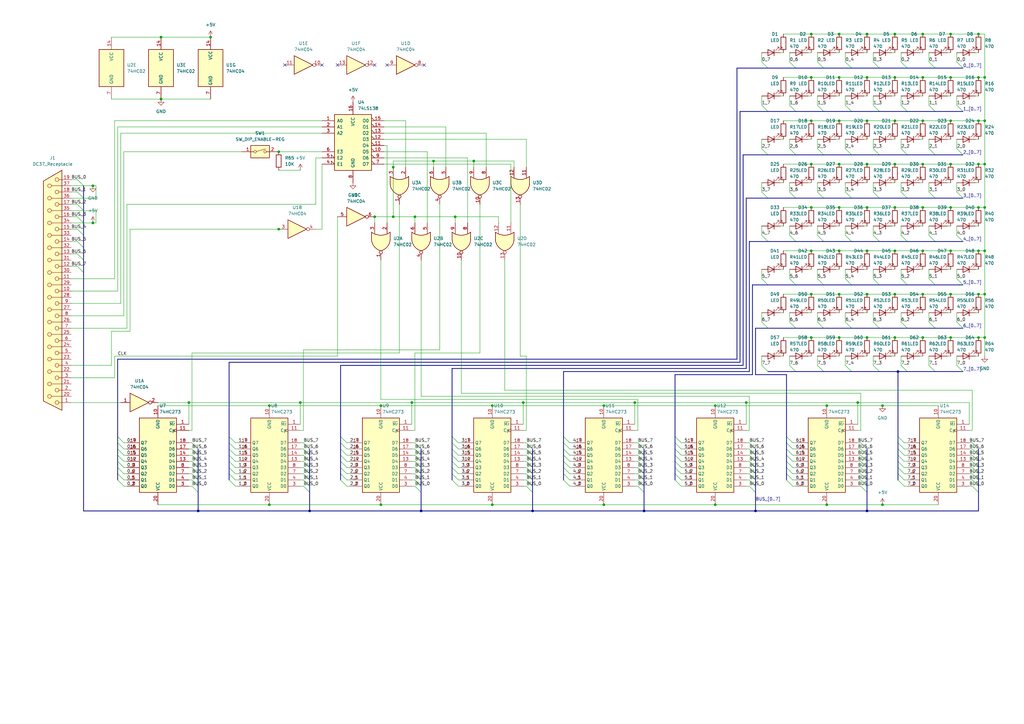
<source format=kicad_sch>
(kicad_sch (version 20230121) (generator eeschema)
  (paper "A3")
  (title_block (title "LED-Matrix (simplified)") (date "2023-06-28") (rev "0.1"))
  (junction (at 389.89 102.87))
  (junction (at 367.03 85.09))
  (junction (at 355.6 120.65))
  (junction (at 214.63 165.1))
  (junction (at 293.37 166.37))
  (junction (at 403.86 120.65))
  (junction (at 389.89 13.97))
  (junction (at 368.3 152.4))
  (junction (at 401.32 102.87))
  (junction (at 401.32 13.97))
  (junction (at 355.6 31.75))
  (junction (at 401.32 49.53))
  (junction (at 218.44 209.55))
  (junction (at 156.21 166.37))
  (junction (at 264.16 209.55))
  (junction (at 156.21 207.01))
  (junction (at 66.04 40.64))
  (junction (at 110.49 166.37))
  (junction (at 401.32 120.65))
  (junction (at 403.86 67.31))
  (junction (at 172.72 209.55))
  (junction (at 378.46 102.87))
  (junction (at 81.28 209.55))
  (junction (at 367.03 31.75))
  (junction (at 355.6 209.55))
  (junction (at 344.17 67.31))
  (junction (at 186.69 88.9))
  (junction (at 403.86 31.75))
  (junction (at 367.03 49.53))
  (junction (at 355.6 102.87))
  (junction (at 38.1 76.2))
  (junction (at 378.46 13.97))
  (junction (at 332.74 138.43))
  (junction (at 339.09 207.01))
  (junction (at 332.74 85.09))
  (junction (at 401.32 138.43))
  (junction (at 389.89 49.53))
  (junction (at 389.89 85.09))
  (junction (at 123.19 165.1))
  (junction (at 344.17 138.43))
  (junction (at 344.17 31.75))
  (junction (at 401.32 31.75))
  (junction (at 293.37 207.01))
  (junction (at 339.09 166.37))
  (junction (at 355.6 67.31))
  (junction (at 332.74 13.97))
  (junction (at 332.74 102.87))
  (junction (at 389.89 31.75))
  (junction (at 378.46 67.31))
  (junction (at 351.79 165.1))
  (junction (at 344.17 13.97))
  (junction (at 332.74 31.75))
  (junction (at 367.03 67.31))
  (junction (at 161.29 88.9))
  (junction (at 403.86 85.09))
  (junction (at 306.07 165.1))
  (junction (at 201.93 166.37))
  (junction (at 389.89 67.31))
  (junction (at 161.29 68.58))
  (junction (at 344.17 102.87))
  (junction (at 367.03 13.97))
  (junction (at 77.47 165.1))
  (junction (at 332.74 120.65))
  (junction (at 153.67 88.9))
  (junction (at 361.95 166.37))
  (junction (at 367.03 102.87))
  (junction (at 389.89 138.43))
  (junction (at 110.49 207.01))
  (junction (at 201.93 207.01))
  (junction (at 260.35 165.1))
  (junction (at 355.6 138.43))
  (junction (at 355.6 13.97))
  (junction (at 378.46 120.65))
  (junction (at 367.03 120.65))
  (junction (at 389.89 120.65))
  (junction (at 378.46 138.43))
  (junction (at 401.32 85.09))
  (junction (at 403.86 102.87))
  (junction (at 86.36 15.24))
  (junction (at 344.17 85.09))
  (junction (at 355.6 85.09))
  (junction (at 247.65 207.01))
  (junction (at 170.18 88.9))
  (junction (at 114.3 62.23))
  (junction (at 344.17 120.65))
  (junction (at 403.86 138.43))
  (junction (at 309.88 209.55))
  (junction (at 127 209.55))
  (junction (at 194.31 66.04))
  (junction (at 247.65 166.37))
  (junction (at 344.17 49.53))
  (junction (at 332.74 49.53))
  (junction (at 66.04 15.24))
  (junction (at 378.46 31.75))
  (junction (at 367.03 138.43))
  (junction (at 361.95 207.01))
  (junction (at 378.46 85.09))
  (junction (at 38.1 91.44))
  (junction (at 355.6 49.53))
  (junction (at 177.8 66.04))
  (junction (at 332.74 67.31))
  (junction (at 401.32 67.31))
  (junction (at 168.91 165.1))
  (junction (at 114.3 93.98))
  (junction (at 378.46 49.53))
  (junction (at 403.86 49.53))
  (no_connect (at 153.67 26.67))
  (no_connect (at 116.84 26.67))
  (no_connect (at 138.43 26.67))
  (no_connect (at 132.08 26.67))
  (no_connect (at 173.99 26.67))
  (no_connect (at 158.75 26.67))
  (bus_entry (at 323.85 43.18) (size 2.54 2.54))
  (bus_entry (at 368.3 181.61) (size 2.54 2.54))
  (bus_entry (at 401.32 184.15) (size -2.54 -2.54))
  (bus_entry (at 215.9 181.61) (size 2.54 2.54))
  (bus_entry (at 93.98 189.23) (size 2.54 2.54))
  (bus_entry (at 185.42 189.23) (size 2.54 2.54))
  (bus_entry (at 78.74 191.77) (size 2.54 2.54))
  (bus_entry (at 369.57 25.4) (size 2.54 2.54))
  (bus_entry (at 139.7 191.77) (size 2.54 2.54))
  (bus_entry (at 170.18 191.77) (size 2.54 2.54))
  (bus_entry (at 185.42 179.07) (size 2.54 2.54))
  (bus_entry (at 261.62 189.23) (size 2.54 2.54))
  (bus_entry (at 368.3 179.07) (size 2.54 2.54))
  (bus_entry (at 322.58 196.85) (size 2.54 2.54))
  (bus_entry (at 48.26 189.23) (size 2.54 2.54))
  (bus_entry (at 215.9 186.69) (size 2.54 2.54))
  (bus_entry (at 369.57 114.3) (size 2.54 2.54))
  (bus_entry (at 276.86 184.15) (size 2.54 2.54))
  (bus_entry (at 369.57 43.18) (size 2.54 2.54))
  (bus_entry (at 369.57 132.08) (size 2.54 2.54))
  (bus_entry (at 124.46 181.61) (size 2.54 2.54))
  (bus_entry (at 346.71 60.96) (size 2.54 2.54))
  (bus_entry (at 381 132.08) (size 2.54 2.54))
  (bus_entry (at 170.18 194.31) (size 2.54 2.54))
  (bus_entry (at 139.7 186.69) (size 2.54 2.54))
  (bus_entry (at 358.14 132.08) (size 2.54 2.54))
  (bus_entry (at 276.86 191.77) (size 2.54 2.54))
  (bus_entry (at 381 114.3) (size 2.54 2.54))
  (bus_entry (at 368.3 189.23) (size 2.54 2.54))
  (bus_entry (at 261.62 194.31) (size 2.54 2.54))
  (bus_entry (at 170.18 184.15) (size 2.54 2.54))
  (bus_entry (at 215.9 189.23) (size 2.54 2.54))
  (bus_entry (at 335.28 60.96) (size 2.54 2.54))
  (bus_entry (at 392.43 25.4) (size 2.54 2.54))
  (bus_entry (at 231.14 181.61) (size 2.54 2.54))
  (bus_entry (at 358.14 149.86) (size 2.54 2.54))
  (bus_entry (at 307.34 189.23) (size 2.54 2.54))
  (bus_entry (at 124.46 194.31) (size 2.54 2.54))
  (bus_entry (at 93.98 196.85) (size 2.54 2.54))
  (bus_entry (at 185.42 186.69) (size 2.54 2.54))
  (bus_entry (at 355.6 196.85) (size -2.54 -2.54))
  (bus_entry (at 48.26 191.77) (size 2.54 2.54))
  (bus_entry (at 346.71 96.52) (size 2.54 2.54))
  (bus_entry (at 368.3 184.15) (size 2.54 2.54))
  (bus_entry (at 323.85 25.4) (size 2.54 2.54))
  (bus_entry (at 369.57 96.52) (size 2.54 2.54))
  (bus_entry (at 322.58 189.23) (size 2.54 2.54))
  (bus_entry (at 170.18 196.85) (size 2.54 2.54))
  (bus_entry (at 185.42 194.31) (size 2.54 2.54))
  (bus_entry (at 322.58 181.61) (size 2.54 2.54))
  (bus_entry (at 369.57 78.74) (size 2.54 2.54))
  (bus_entry (at 139.7 184.15) (size 2.54 2.54))
  (bus_entry (at 261.62 186.69) (size 2.54 2.54))
  (bus_entry (at 124.46 184.15) (size 2.54 2.54))
  (bus_entry (at 124.46 196.85) (size 2.54 2.54))
  (bus_entry (at 312.42 96.52) (size 2.54 2.54))
  (bus_entry (at 355.6 194.31) (size -2.54 -2.54))
  (bus_entry (at 124.46 191.77) (size 2.54 2.54))
  (bus_entry (at 307.34 194.31) (size 2.54 2.54))
  (bus_entry (at 276.86 194.31) (size 2.54 2.54))
  (bus_entry (at 335.28 114.3) (size 2.54 2.54))
  (bus_entry (at 392.43 78.74) (size 2.54 2.54))
  (bus_entry (at 346.71 149.86) (size 2.54 2.54))
  (bus_entry (at 93.98 194.31) (size 2.54 2.54))
  (bus_entry (at 34.29 81.28) (size -2.54 -2.54))
  (bus_entry (at 261.62 184.15) (size 2.54 2.54))
  (bus_entry (at 34.29 101.6) (size -2.54 -2.54))
  (bus_entry (at 358.14 96.52) (size 2.54 2.54))
  (bus_entry (at 93.98 181.61) (size 2.54 2.54))
  (bus_entry (at 139.7 194.31) (size 2.54 2.54))
  (bus_entry (at 93.98 179.07) (size 2.54 2.54))
  (bus_entry (at 401.32 201.93) (size -2.54 -2.54))
  (bus_entry (at 323.85 78.74) (size 2.54 2.54))
  (bus_entry (at 48.26 194.31) (size 2.54 2.54))
  (bus_entry (at 358.14 60.96) (size 2.54 2.54))
  (bus_entry (at 368.3 196.85) (size 2.54 2.54))
  (bus_entry (at 261.62 191.77) (size 2.54 2.54))
  (bus_entry (at 369.57 60.96) (size 2.54 2.54))
  (bus_entry (at 139.7 179.07) (size 2.54 2.54))
  (bus_entry (at 392.43 60.96) (size 2.54 2.54))
  (bus_entry (at 307.34 184.15) (size 2.54 2.54))
  (bus_entry (at 34.29 86.36) (size -2.54 -2.54))
  (bus_entry (at 401.32 186.69) (size -2.54 -2.54))
  (bus_entry (at 124.46 189.23) (size 2.54 2.54))
  (bus_entry (at 346.71 78.74) (size 2.54 2.54))
  (bus_entry (at 78.74 194.31) (size 2.54 2.54))
  (bus_entry (at 170.18 186.69) (size 2.54 2.54))
  (bus_entry (at 401.32 191.77) (size -2.54 -2.54))
  (bus_entry (at 355.6 201.93) (size -2.54 -2.54))
  (bus_entry (at 346.71 132.08) (size 2.54 2.54))
  (bus_entry (at 312.42 132.08) (size 2.54 2.54))
  (bus_entry (at 381 25.4) (size 2.54 2.54))
  (bus_entry (at 312.42 43.18) (size 2.54 2.54))
  (bus_entry (at 381 78.74) (size 2.54 2.54))
  (bus_entry (at 78.74 189.23) (size 2.54 2.54))
  (bus_entry (at 261.62 199.39) (size 2.54 2.54))
  (bus_entry (at 335.28 149.86) (size 2.54 2.54))
  (bus_entry (at 78.74 181.61) (size 2.54 2.54))
  (bus_entry (at 355.6 199.39) (size -2.54 -2.54))
  (bus_entry (at 322.58 186.69) (size 2.54 2.54))
  (bus_entry (at 48.26 181.61) (size 2.54 2.54))
  (bus_entry (at 93.98 186.69) (size 2.54 2.54))
  (bus_entry (at 215.9 196.85) (size 2.54 2.54))
  (bus_entry (at 215.9 199.39) (size 2.54 2.54))
  (bus_entry (at 231.14 194.31) (size 2.54 2.54))
  (bus_entry (at 139.7 181.61) (size 2.54 2.54))
  (bus_entry (at 276.86 181.61) (size 2.54 2.54))
  (bus_entry (at 369.57 149.86) (size 2.54 2.54))
  (bus_entry (at 322.58 191.77) (size 2.54 2.54))
  (bus_entry (at 215.9 184.15) (size 2.54 2.54))
  (bus_entry (at 358.14 25.4) (size 2.54 2.54))
  (bus_entry (at 323.85 60.96) (size 2.54 2.54))
  (bus_entry (at 185.42 196.85) (size 2.54 2.54))
  (bus_entry (at 34.29 76.2) (size -2.54 -2.54))
  (bus_entry (at 139.7 196.85) (size 2.54 2.54))
  (bus_entry (at 124.46 199.39) (size 2.54 2.54))
  (bus_entry (at 170.18 181.61) (size 2.54 2.54))
  (bus_entry (at 231.14 184.15) (size 2.54 2.54))
  (bus_entry (at 34.29 96.52) (size -2.54 -2.54))
  (bus_entry (at 346.71 43.18) (size 2.54 2.54))
  (bus_entry (at 307.34 186.69) (size 2.54 2.54))
  (bus_entry (at 231.14 191.77) (size 2.54 2.54))
  (bus_entry (at 323.85 114.3) (size 2.54 2.54))
  (bus_entry (at 48.26 184.15) (size 2.54 2.54))
  (bus_entry (at 355.6 189.23) (size -2.54 -2.54))
  (bus_entry (at 322.58 179.07) (size 2.54 2.54))
  (bus_entry (at 335.28 25.4) (size 2.54 2.54))
  (bus_entry (at 368.3 186.69) (size 2.54 2.54))
  (bus_entry (at 215.9 191.77) (size 2.54 2.54))
  (bus_entry (at 231.14 196.85) (size 2.54 2.54))
  (bus_entry (at 124.46 186.69) (size 2.54 2.54))
  (bus_entry (at 401.32 196.85) (size -2.54 -2.54))
  (bus_entry (at 401.32 194.31) (size -2.54 -2.54))
  (bus_entry (at 34.29 111.76) (size -2.54 -2.54))
  (bus_entry (at 335.28 96.52) (size 2.54 2.54))
  (bus_entry (at 392.43 114.3) (size 2.54 2.54))
  (bus_entry (at 48.26 196.85) (size 2.54 2.54))
  (bus_entry (at 231.14 189.23) (size 2.54 2.54))
  (bus_entry (at 276.86 179.07) (size 2.54 2.54))
  (bus_entry (at 34.29 106.68) (size -2.54 -2.54))
  (bus_entry (at 335.28 132.08) (size 2.54 2.54))
  (bus_entry (at 261.62 181.61) (size 2.54 2.54))
  (bus_entry (at 34.29 91.44) (size -2.54 -2.54))
  (bus_entry (at 185.42 191.77) (size 2.54 2.54))
  (bus_entry (at 312.42 149.86) (size 2.54 2.54))
  (bus_entry (at 276.86 186.69) (size 2.54 2.54))
  (bus_entry (at 170.18 199.39) (size 2.54 2.54))
  (bus_entry (at 312.42 78.74) (size 2.54 2.54))
  (bus_entry (at 358.14 43.18) (size 2.54 2.54))
  (bus_entry (at 355.6 184.15) (size -2.54 -2.54))
  (bus_entry (at 358.14 114.3) (size 2.54 2.54))
  (bus_entry (at 358.14 78.74) (size 2.54 2.54))
  (bus_entry (at 312.42 25.4) (size 2.54 2.54))
  (bus_entry (at 401.32 189.23) (size -2.54 -2.54))
  (bus_entry (at 392.43 96.52) (size 2.54 2.54))
  (bus_entry (at 368.3 194.31) (size 2.54 2.54))
  (bus_entry (at 78.74 199.39) (size 2.54 2.54))
  (bus_entry (at 323.85 132.08) (size 2.54 2.54))
  (bus_entry (at 381 60.96) (size 2.54 2.54))
  (bus_entry (at 307.34 191.77) (size 2.54 2.54))
  (bus_entry (at 276.86 196.85) (size 2.54 2.54))
  (bus_entry (at 170.18 189.23) (size 2.54 2.54))
  (bus_entry (at 355.6 186.69) (size -2.54 -2.54))
  (bus_entry (at 261.62 196.85) (size 2.54 2.54))
  (bus_entry (at 346.71 114.3) (size 2.54 2.54))
  (bus_entry (at 78.74 184.15) (size 2.54 2.54))
  (bus_entry (at 93.98 184.15) (size 2.54 2.54))
  (bus_entry (at 307.34 196.85) (size 2.54 2.54))
  (bus_entry (at 401.32 199.39) (size -2.54 -2.54))
  (bus_entry (at 307.34 181.61) (size 2.54 2.54))
  (bus_entry (at 185.42 181.61) (size 2.54 2.54))
  (bus_entry (at 346.71 25.4) (size 2.54 2.54))
  (bus_entry (at 312.42 114.3) (size 2.54 2.54))
  (bus_entry (at 335.28 78.74) (size 2.54 2.54))
  (bus_entry (at 335.28 43.18) (size 2.54 2.54))
  (bus_entry (at 381 43.18) (size 2.54 2.54))
  (bus_entry (at 215.9 194.31) (size 2.54 2.54))
  (bus_entry (at 307.34 199.39) (size 2.54 2.54))
  (bus_entry (at 368.3 191.77) (size 2.54 2.54))
  (bus_entry (at 48.26 179.07) (size 2.54 2.54))
  (bus_entry (at 392.43 43.18) (size 2.54 2.54))
  (bus_entry (at 276.86 189.23) (size 2.54 2.54))
  (bus_entry (at 323.85 96.52) (size 2.54 2.54))
  (bus_entry (at 323.85 149.86) (size 2.54 2.54))
  (bus_entry (at 312.42 60.96) (size 2.54 2.54))
  (bus_entry (at 381 96.52) (size 2.54 2.54))
  (bus_entry (at 322.58 194.31) (size 2.54 2.54))
  (bus_entry (at 392.43 149.86) (size 2.54 2.54))
  (bus_entry (at 231.14 179.07) (size 2.54 2.54))
  (bus_entry (at 392.43 132.08) (size 2.54 2.54))
  (bus_entry (at 322.58 184.15) (size 2.54 2.54))
  (bus_entry (at 78.74 196.85) (size 2.54 2.54))
  (bus_entry (at 48.26 186.69) (size 2.54 2.54))
  (bus_entry (at 185.42 184.15) (size 2.54 2.54))
  (bus_entry (at 355.6 191.77) (size -2.54 -2.54))
  (bus_entry (at 381 149.86) (size 2.54 2.54))
  (bus_entry (at 78.74 186.69) (size 2.54 2.54))
  (bus_entry (at 231.14 186.69) (size 2.54 2.54))
  (bus_entry (at 93.98 191.77) (size 2.54 2.54))
  (bus_entry (at 139.7 189.23) (size 2.54 2.54))
  (wire (pts (xy 392.43 146.05) (xy 392.43 149.86)))
  (wire (pts (xy 153.67 88.9) (xy 153.67 91.44)))
  (bus (pts (xy 326.39 152.4) (xy 337.82 152.4)))
  (bus (pts (xy 360.68 27.94) (xy 372.11 27.94)))
  (wire (pts (xy 370.84 196.85) (xy 372.11 196.85)))
  (wire (pts (xy 196.85 144.78) (xy 170.18 144.78)))
  (bus (pts (xy 231.14 152.4) (xy 231.14 179.07)))
  (wire (pts (xy 123.19 181.61) (xy 124.46 181.61)))
  (bus (pts (xy 337.82 63.5) (xy 349.25 63.5)))
  (bus (pts (xy 368.3 186.69) (xy 368.3 189.23)))
  (wire (pts (xy 355.6 85.09) (xy 344.17 85.09)))
  (wire (pts (xy 29.21 86.36) (xy 34.29 86.36)))
  (wire (pts (xy 187.96 196.85) (xy 189.23 196.85)))
  (wire (pts (xy 306.07 173.99) (xy 306.07 165.1)))
  (bus (pts (xy 93.98 181.61) (xy 93.98 184.15)))
  (wire (pts (xy 207.01 106.68) (xy 207.01 160.02)))
  (wire (pts (xy 34.29 76.2) (xy 38.1 76.2)))
  (bus (pts (xy 139.7 181.61) (xy 139.7 184.15)))
  (wire (pts (xy 332.74 138.43) (xy 321.31 138.43)))
  (wire (pts (xy 403.86 102.87) (xy 403.86 120.65)))
  (bus (pts (xy 172.72 201.93) (xy 172.72 209.55)))
  (wire (pts (xy 367.03 85.09) (xy 355.6 85.09)))
  (wire (pts (xy 344.17 13.97) (xy 332.74 13.97)))
  (wire (pts (xy 158.75 59.69) (xy 158.75 91.44)))
  (bus (pts (xy 326.39 116.84) (xy 337.82 116.84)))
  (wire (pts (xy 29.21 99.06) (xy 31.75 99.06)))
  (wire (pts (xy 306.07 165.1) (xy 351.79 165.1)))
  (bus (pts (xy 372.11 152.4) (xy 383.54 152.4)))
  (wire (pts (xy 142.24 181.61) (xy 143.51 181.61)))
  (bus (pts (xy 308.61 116.84) (xy 308.61 153.67)))
  (bus (pts (xy 349.25 81.28) (xy 360.68 81.28)))
  (bus (pts (xy 264.16 189.23) (xy 264.16 191.77)))
  (wire (pts (xy 397.51 194.31) (xy 398.78 194.31)))
  (bus (pts (xy 372.11 63.5) (xy 383.54 63.5)))
  (bus (pts (xy 322.58 153.67) (xy 322.58 179.07)))
  (wire (pts (xy 355.6 57.15) (xy 354.33 57.15)))
  (wire (pts (xy 403.86 13.97) (xy 403.86 31.75)))
  (wire (pts (xy 389.89 67.31) (xy 401.32 67.31)))
  (wire (pts (xy 261.62 163.83) (xy 261.62 176.53)))
  (bus (pts (xy 81.28 209.55) (xy 34.29 209.55)))
  (wire (pts (xy 321.31 92.71) (xy 320.04 92.71)))
  (bus (pts (xy 368.3 184.15) (xy 368.3 186.69)))
  (bus (pts (xy 349.25 116.84) (xy 360.68 116.84)))
  (bus (pts (xy 93.98 148.59) (xy 93.98 179.07)))
  (wire (pts (xy 163.83 83.82) (xy 163.83 144.78)))
  (wire (pts (xy 325.12 186.69) (xy 326.39 186.69)))
  (bus (pts (xy 322.58 189.23) (xy 322.58 191.77)))
  (bus (pts (xy 314.96 152.4) (xy 326.39 152.4)))
  (bus (pts (xy 218.44 191.77) (xy 218.44 194.31)))
  (bus (pts (xy 309.88 134.62) (xy 309.88 153.67)))
  (wire (pts (xy 233.68 199.39) (xy 234.95 199.39)))
  (bus (pts (xy 368.3 179.07) (xy 368.3 181.61)))
  (wire (pts (xy 397.51 189.23) (xy 398.78 189.23)))
  (wire (pts (xy 29.21 165.1) (xy 49.53 165.1)))
  (wire (pts (xy 279.4 181.61) (xy 280.67 181.61)))
  (wire (pts (xy 49.53 54.61) (xy 49.53 124.46)))
  (wire (pts (xy 293.37 166.37) (xy 339.09 166.37)))
  (bus (pts (xy 368.3 189.23) (xy 368.3 191.77)))
  (bus (pts (xy 218.44 201.93) (xy 218.44 209.55)))
  (wire (pts (xy 170.18 144.78) (xy 170.18 176.53)))
  (wire (pts (xy 142.24 199.39) (xy 143.51 199.39)))
  (wire (pts (xy 29.21 93.98) (xy 31.75 93.98)))
  (bus (pts (xy 276.86 179.07) (xy 276.86 181.61)))
  (wire (pts (xy 325.12 196.85) (xy 326.39 196.85)))
  (wire (pts (xy 260.35 196.85) (xy 261.62 196.85)))
  (wire (pts (xy 31.75 73.66) (xy 29.21 73.66)))
  (wire (pts (xy 52.07 134.62) (xy 29.21 134.62)))
  (wire (pts (xy 64.77 207.01) (xy 110.49 207.01)))
  (wire (pts (xy 381 146.05) (xy 381 149.86)))
  (wire (pts (xy 378.46 92.71) (xy 377.19 92.71)))
  (bus (pts (xy 372.11 99.06) (xy 383.54 99.06)))
  (bus (pts (xy 276.86 184.15) (xy 276.86 186.69)))
  (bus (pts (xy 368.3 181.61) (xy 368.3 184.15)))
  (wire (pts (xy 306.07 199.39) (xy 307.34 199.39)))
  (bus (pts (xy 349.25 152.4) (xy 360.68 152.4)))
  (bus (pts (xy 264.16 191.77) (xy 264.16 194.31)))
  (wire (pts (xy 29.21 76.2) (xy 34.29 76.2)))
  (bus (pts (xy 401.32 194.31) (xy 401.32 196.85)))
  (bus (pts (xy 337.82 27.94) (xy 349.25 27.94)))
  (bus (pts (xy 218.44 184.15) (xy 218.44 186.69)))
  (bus (pts (xy 326.39 81.28) (xy 337.82 81.28)))
  (bus (pts (xy 349.25 45.72) (xy 360.68 45.72)))
  (wire (pts (xy 325.12 194.31) (xy 326.39 194.31)))
  (wire (pts (xy 157.48 62.23) (xy 175.26 62.23)))
  (wire (pts (xy 260.35 191.77) (xy 261.62 191.77)))
  (wire (pts (xy 369.57 39.37) (xy 369.57 43.18)))
  (bus (pts (xy 34.29 106.68) (xy 34.29 111.76)))
  (wire (pts (xy 138.43 146.05) (xy 138.43 88.9)))
  (wire (pts (xy 261.62 176.53) (xy 260.35 176.53)))
  (wire (pts (xy 367.03 31.75) (xy 355.6 31.75)))
  (wire (pts (xy 332.74 146.05) (xy 331.47 146.05)))
  (wire (pts (xy 344.17 102.87) (xy 332.74 102.87)))
  (wire (pts (xy 123.19 186.69) (xy 124.46 186.69)))
  (bus (pts (xy 276.86 189.23) (xy 276.86 191.77)))
  (wire (pts (xy 132.08 54.61) (xy 49.53 54.61)))
  (wire (pts (xy 381 57.15) (xy 381 60.96)))
  (wire (pts (xy 233.68 194.31) (xy 234.95 194.31)))
  (wire (pts (xy 123.19 189.23) (xy 124.46 189.23)))
  (wire (pts (xy 401.32 146.05) (xy 400.05 146.05)))
  (bus (pts (xy 48.26 191.77) (xy 48.26 194.31)))
  (wire (pts (xy 389.89 92.71) (xy 388.62 92.71)))
  (wire (pts (xy 180.34 83.82) (xy 180.34 143.51)))
  (bus (pts (xy 276.86 186.69) (xy 276.86 189.23)))
  (wire (pts (xy 142.24 189.23) (xy 143.51 189.23)))
  (bus (pts (xy 93.98 179.07) (xy 93.98 181.61)))
  (wire (pts (xy 389.89 102.87) (xy 401.32 102.87)))
  (bus (pts (xy 302.26 147.32) (xy 48.26 147.32)))
  (wire (pts (xy 29.21 83.82) (xy 31.75 83.82)))
  (bus (pts (xy 231.14 179.07) (xy 231.14 181.61)))
  (bus (pts (xy 322.58 181.61) (xy 322.58 184.15)))
  (bus (pts (xy 264.16 184.15) (xy 264.16 186.69)))
  (wire (pts (xy 96.52 181.61) (xy 97.79 181.61)))
  (wire (pts (xy 312.42 92.71) (xy 312.42 96.52)))
  (bus (pts (xy 93.98 184.15) (xy 93.98 186.69)))
  (bus (pts (xy 322.58 191.77) (xy 322.58 194.31)))
  (bus (pts (xy 185.42 184.15) (xy 185.42 186.69)))
  (bus (pts (xy 264.16 194.31) (xy 264.16 196.85)))
  (wire (pts (xy 346.71 57.15) (xy 346.71 60.96)))
  (wire (pts (xy 403.86 85.09) (xy 401.32 85.09)))
  (wire (pts (xy 325.12 199.39) (xy 326.39 199.39)))
  (wire (pts (xy 370.84 189.23) (xy 372.11 189.23)))
  (wire (pts (xy 45.72 149.86) (xy 29.21 149.86)))
  (wire (pts (xy 50.8 129.54) (xy 29.21 129.54)))
  (bus (pts (xy 314.96 116.84) (xy 326.39 116.84)))
  (bus (pts (xy 127 196.85) (xy 127 199.39)))
  (wire (pts (xy 247.65 166.37) (xy 293.37 166.37)))
  (bus (pts (xy 337.82 134.62) (xy 349.25 134.62)))
  (wire (pts (xy 397.51 191.77) (xy 398.78 191.77)))
  (wire (pts (xy 77.47 184.15) (xy 78.74 184.15)))
  (wire (pts (xy 306.07 186.69) (xy 307.34 186.69)))
  (bus (pts (xy 172.72 194.31) (xy 172.72 196.85)))
  (bus (pts (xy 368.3 194.31) (xy 368.3 196.85)))
  (wire (pts (xy 332.74 128.27) (xy 331.47 128.27)))
  (bus (pts (xy 264.16 196.85) (xy 264.16 199.39)))
  (bus (pts (xy 218.44 196.85) (xy 218.44 199.39)))
  (wire (pts (xy 367.03 102.87) (xy 378.46 102.87)))
  (wire (pts (xy 39.37 91.44) (xy 38.1 91.44)))
  (wire (pts (xy 335.28 110.49) (xy 335.28 114.3)))
  (wire (pts (xy 351.79 173.99) (xy 351.79 165.1)))
  (bus (pts (xy 231.14 189.23) (xy 231.14 191.77)))
  (bus (pts (xy 314.96 134.62) (xy 326.39 134.62)))
  (wire (pts (xy 401.32 128.27) (xy 400.05 128.27)))
  (wire (pts (xy 378.46 110.49) (xy 377.19 110.49)))
  (wire (pts (xy 29.21 104.14) (xy 31.75 104.14)))
  (wire (pts (xy 397.51 181.61) (xy 398.78 181.61)))
  (wire (pts (xy 321.31 57.15) (xy 320.04 57.15)))
  (bus (pts (xy 127 189.23) (xy 127 191.77)))
  (wire (pts (xy 157.48 52.07) (xy 182.88 52.07)))
  (wire (pts (xy 335.28 74.93) (xy 335.28 78.74)))
  (wire (pts (xy 161.29 88.9) (xy 153.67 88.9)))
  (bus (pts (xy 34.29 111.76) (xy 34.29 209.55)))
  (wire (pts (xy 260.35 199.39) (xy 261.62 199.39)))
  (bus (pts (xy 218.44 199.39) (xy 218.44 201.93)))
  (bus (pts (xy 360.68 99.06) (xy 372.11 99.06)))
  (wire (pts (xy 355.6 31.75) (xy 344.17 31.75)))
  (wire (pts (xy 344.17 39.37) (xy 342.9 39.37)))
  (wire (pts (xy 213.36 146.05) (xy 215.9 146.05)))
  (bus (pts (xy 304.8 63.5) (xy 304.8 149.86)))
  (wire (pts (xy 401.32 92.71) (xy 400.05 92.71)))
  (wire (pts (xy 170.18 176.53) (xy 168.91 176.53)))
  (wire (pts (xy 156.21 166.37) (xy 201.93 166.37)))
  (bus (pts (xy 383.54 81.28) (xy 394.97 81.28)))
  (bus (pts (xy 322.58 186.69) (xy 322.58 189.23)))
  (wire (pts (xy 110.49 207.01) (xy 156.21 207.01)))
  (bus (pts (xy 337.82 116.84) (xy 349.25 116.84)))
  (wire (pts (xy 367.03 57.15) (xy 365.76 57.15)))
  (bus (pts (xy 368.3 191.77) (xy 368.3 194.31)))
  (bus (pts (xy 172.72 184.15) (xy 172.72 186.69)))
  (wire (pts (xy 403.86 120.65) (xy 403.86 138.43)))
  (wire (pts (xy 170.18 88.9) (xy 170.18 91.44)))
  (wire (pts (xy 332.74 39.37) (xy 331.47 39.37)))
  (wire (pts (xy 389.89 110.49) (xy 388.62 110.49)))
  (wire (pts (xy 123.19 194.31) (xy 124.46 194.31)))
  (wire (pts (xy 378.46 39.37) (xy 377.19 39.37)))
  (wire (pts (xy 312.42 39.37) (xy 312.42 43.18)))
  (wire (pts (xy 168.91 186.69) (xy 170.18 186.69)))
  (wire (pts (xy 323.85 128.27) (xy 323.85 132.08)))
  (wire (pts (xy 168.91 194.31) (xy 170.18 194.31)))
  (bus (pts (xy 309.88 194.31) (xy 309.88 196.85)))
  (wire (pts (xy 114.3 93.98) (xy 53.34 93.98)))
  (wire (pts (xy 397.51 186.69) (xy 398.78 186.69)))
  (wire (pts (xy 378.46 138.43) (xy 389.89 138.43)))
  (wire (pts (xy 369.57 92.71) (xy 369.57 96.52)))
  (wire (pts (xy 403.86 67.31) (xy 403.86 85.09)))
  (wire (pts (xy 344.17 31.75) (xy 332.74 31.75)))
  (wire (pts (xy 29.21 88.9) (xy 31.75 88.9)))
  (wire (pts (xy 142.24 191.77) (xy 143.51 191.77)))
  (wire (pts (xy 187.96 181.61) (xy 189.23 181.61)))
  (wire (pts (xy 403.86 102.87) (xy 401.32 102.87)))
  (bus (pts (xy 93.98 194.31) (xy 93.98 196.85)))
  (wire (pts (xy 214.63 181.61) (xy 215.9 181.61)))
  (bus (pts (xy 401.32 184.15) (xy 401.32 186.69)))
  (bus (pts (xy 355.6 209.55) (xy 401.32 209.55)))
  (wire (pts (xy 199.39 54.61) (xy 199.39 68.58)))
  (wire (pts (xy 163.83 144.78) (xy 78.74 144.78)))
  (bus (pts (xy 314.96 116.84) (xy 308.61 116.84)))
  (wire (pts (xy 50.8 196.85) (xy 52.07 196.85)))
  (bus (pts (xy 355.6 189.23) (xy 355.6 191.77)))
  (wire (pts (xy 381 21.59) (xy 381 25.4)))
  (wire (pts (xy 335.28 57.15) (xy 335.28 60.96)))
  (wire (pts (xy 50.8 181.61) (xy 52.07 181.61)))
  (wire (pts (xy 358.14 128.27) (xy 358.14 132.08)))
  (bus (pts (xy 360.68 152.4) (xy 368.3 152.4)))
  (wire (pts (xy 306.07 189.23) (xy 307.34 189.23)))
  (wire (pts (xy 86.36 15.24) (xy 66.04 15.24)))
  (wire (pts (xy 335.28 92.71) (xy 335.28 96.52)))
  (wire (pts (xy 39.37 86.36) (xy 39.37 91.44)))
  (wire (pts (xy 389.89 21.59) (xy 388.62 21.59)))
  (wire (pts (xy 339.09 166.37) (xy 361.95 166.37)))
  (wire (pts (xy 367.03 128.27) (xy 365.76 128.27)))
  (wire (pts (xy 123.19 199.39) (xy 124.46 199.39)))
  (wire (pts (xy 389.89 146.05) (xy 388.62 146.05)))
  (wire (pts (xy 346.71 146.05) (xy 346.71 149.86)))
  (bus (pts (xy 304.8 149.86) (xy 139.7 149.86)))
  (wire (pts (xy 279.4 191.77) (xy 280.67 191.77)))
  (bus (pts (xy 372.11 27.94) (xy 383.54 27.94)))
  (bus (pts (xy 326.39 63.5) (xy 337.82 63.5)))
  (wire (pts (xy 50.8 191.77) (xy 52.07 191.77)))
  (wire (pts (xy 196.85 83.82) (xy 196.85 144.78)))
  (wire (pts (xy 187.96 186.69) (xy 189.23 186.69)))
  (bus (pts (xy 48.26 189.23) (xy 48.26 191.77)))
  (bus (pts (xy 81.28 191.77) (xy 81.28 194.31)))
  (bus (pts (xy 355.6 199.39) (xy 355.6 201.93)))
  (wire (pts (xy 397.51 199.39) (xy 398.78 199.39)))
  (wire (pts (xy 367.03 85.09) (xy 378.46 85.09)))
  (wire (pts (xy 351.79 184.15) (xy 353.06 184.15)))
  (bus (pts (xy 93.98 191.77) (xy 93.98 194.31)))
  (wire (pts (xy 53.34 135.89) (xy 45.72 135.89)))
  (bus (pts (xy 218.44 209.55) (xy 172.72 209.55)))
  (bus (pts (xy 34.29 101.6) (xy 34.29 106.68)))
  (wire (pts (xy 397.51 173.99) (xy 397.51 165.1)))
  (wire (pts (xy 279.4 184.15) (xy 280.67 184.15)))
  (wire (pts (xy 177.8 66.04) (xy 194.31 66.04)))
  (wire (pts (xy 157.48 54.61) (xy 199.39 54.61)))
  (bus (pts (xy 48.26 186.69) (xy 48.26 189.23)))
  (wire (pts (xy 168.91 165.1) (xy 214.63 165.1)))
  (bus (pts (xy 185.42 181.61) (xy 185.42 184.15)))
  (wire (pts (xy 77.47 196.85) (xy 78.74 196.85)))
  (bus (pts (xy 48.26 181.61) (xy 48.26 184.15)))
  (bus (pts (xy 372.11 116.84) (xy 383.54 116.84)))
  (bus (pts (xy 360.68 45.72) (xy 372.11 45.72)))
  (bus (pts (xy 185.42 179.07) (xy 185.42 181.61)))
  (wire (pts (xy 260.35 173.99) (xy 260.35 165.1)))
  (bus (pts (xy 383.54 99.06) (xy 394.97 99.06)))
  (wire (pts (xy 213.36 83.82) (xy 213.36 146.05)))
  (bus (pts (xy 34.29 86.36) (xy 34.29 91.44)))
  (wire (pts (xy 161.29 68.58) (xy 161.29 88.9)))
  (wire (pts (xy 378.46 85.09) (xy 389.89 85.09)))
  (bus (pts (xy 349.25 27.94) (xy 360.68 27.94)))
  (bus (pts (xy 231.14 191.77) (xy 231.14 194.31)))
  (wire (pts (xy 367.03 92.71) (xy 365.76 92.71)))
  (bus (pts (xy 185.42 151.13) (xy 185.42 179.07)))
  (bus (pts (xy 383.54 45.72) (xy 394.97 45.72)))
  (bus (pts (xy 309.88 201.93) (xy 309.88 209.55)))
  (bus (pts (xy 231.14 184.15) (xy 231.14 186.69)))
  (wire (pts (xy 210.82 66.04) (xy 210.82 68.58)))
  (wire (pts (xy 168.91 199.39) (xy 170.18 199.39)))
  (bus (pts (xy 302.26 27.94) (xy 302.26 147.32)))
  (wire (pts (xy 142.24 184.15) (xy 143.51 184.15)))
  (bus (pts (xy 337.82 81.28) (xy 349.25 81.28)))
  (bus (pts (xy 172.72 189.23) (xy 172.72 191.77)))
  (wire (pts (xy 358.14 92.71) (xy 358.14 96.52)))
  (wire (pts (xy 142.24 194.31) (xy 143.51 194.31)))
  (wire (pts (xy 344.17 110.49) (xy 342.9 110.49)))
  (wire (pts (xy 378.46 146.05) (xy 377.19 146.05)))
  (bus (pts (xy 360.68 134.62) (xy 372.11 134.62)))
  (wire (pts (xy 306.07 196.85) (xy 307.34 196.85)))
  (wire (pts (xy 358.14 21.59) (xy 358.14 25.4)))
  (wire (pts (xy 339.09 207.01) (xy 361.95 207.01)))
  (wire (pts (xy 156.21 207.01) (xy 201.93 207.01)))
  (wire (pts (xy 346.71 39.37) (xy 346.71 43.18)))
  (wire (pts (xy 367.03 138.43) (xy 378.46 138.43)))
  (wire (pts (xy 346.71 21.59) (xy 346.71 25.4)))
  (wire (pts (xy 123.19 191.77) (xy 124.46 191.77)))
  (wire (pts (xy 77.47 199.39) (xy 78.74 199.39)))
  (wire (pts (xy 361.95 166.37) (xy 384.81 166.37)))
  (wire (pts (xy 38.1 76.2) (xy 39.37 76.2)))
  (bus (pts (xy 314.96 99.06) (xy 326.39 99.06)))
  (wire (pts (xy 279.4 189.23) (xy 280.67 189.23)))
  (bus (pts (xy 264.16 186.69) (xy 264.16 189.23)))
  (wire (pts (xy 392.43 21.59) (xy 392.43 25.4)))
  (wire (pts (xy 332.74 85.09) (xy 321.31 85.09)))
  (wire (pts (xy 306.07 191.77) (xy 307.34 191.77)))
  (wire (pts (xy 355.6 146.05) (xy 354.33 146.05)))
  (wire (pts (xy 369.57 57.15) (xy 369.57 60.96)))
  (wire (pts (xy 351.79 189.23) (xy 353.06 189.23)))
  (wire (pts (xy 332.74 110.49) (xy 331.47 110.49)))
  (wire (pts (xy 325.12 184.15) (xy 326.39 184.15)))
  (bus (pts (xy 372.11 45.72) (xy 383.54 45.72)))
  (bus (pts (xy 34.29 96.52) (xy 34.29 101.6)))
  (wire (pts (xy 401.32 39.37) (xy 400.05 39.37)))
  (bus (pts (xy 360.68 81.28) (xy 372.11 81.28)))
  (bus (pts (xy 139.7 191.77) (xy 139.7 194.31)))
  (wire (pts (xy 403.86 138.43) (xy 401.32 138.43)))
  (wire (pts (xy 50.8 184.15) (xy 52.07 184.15)))
  (wire (pts (xy 321.31 39.37) (xy 320.04 39.37)))
  (wire (pts (xy 99.06 62.23) (xy 50.8 62.23)))
  (wire (pts (xy 403.86 31.75) (xy 403.86 49.53)))
  (wire (pts (xy 332.74 21.59) (xy 331.47 21.59)))
  (wire (pts (xy 378.46 67.31) (xy 389.89 67.31)))
  (wire (pts (xy 123.19 196.85) (xy 124.46 196.85)))
  (wire (pts (xy 367.03 21.59) (xy 365.76 21.59)))
  (wire (pts (xy 166.37 49.53) (xy 166.37 68.58)))
  (wire (pts (xy 207.01 160.02) (xy 398.78 160.02)))
  (wire (pts (xy 355.6 13.97) (xy 344.17 13.97)))
  (bus (pts (xy 48.26 184.15) (xy 48.26 186.69)))
  (bus (pts (xy 309.88 196.85) (xy 309.88 199.39)))
  (wire (pts (xy 381 39.37) (xy 381 43.18)))
  (bus (pts (xy 81.28 189.23) (xy 81.28 191.77)))
  (wire (pts (xy 323.85 74.93) (xy 323.85 78.74)))
  (bus (pts (xy 139.7 186.69) (xy 139.7 189.23)))
  (wire (pts (xy 96.52 186.69) (xy 97.79 186.69)))
  (wire (pts (xy 353.06 181.61) (xy 351.79 181.61)))
  (wire (pts (xy 168.91 181.61) (xy 170.18 181.61)))
  (wire (pts (xy 358.14 74.93) (xy 358.14 78.74)))
  (wire (pts (xy 279.4 186.69) (xy 280.67 186.69)))
  (wire (pts (xy 344.17 49.53) (xy 332.74 49.53)))
  (wire (pts (xy 403.86 31.75) (xy 401.32 31.75)))
  (wire (pts (xy 78.74 144.78) (xy 78.74 176.53)))
  (wire (pts (xy 358.14 110.49) (xy 358.14 114.3)))
  (wire (pts (xy 321.31 110.49) (xy 320.04 110.49)))
  (wire (pts (xy 161.29 66.04) (xy 177.8 66.04)))
  (bus (pts (xy 326.39 45.72) (xy 337.82 45.72)))
  (wire (pts (xy 323.85 146.05) (xy 323.85 149.86)))
  (wire (pts (xy 335.28 146.05) (xy 335.28 149.86)))
  (wire (pts (xy 214.63 173.99) (xy 214.63 165.1)))
  (wire (pts (xy 306.07 194.31) (xy 307.34 194.31)))
  (wire (pts (xy 209.55 67.31) (xy 209.55 91.44)))
  (wire (pts (xy 172.72 106.68) (xy 172.72 162.56)))
  (wire (pts (xy 177.8 66.04) (xy 177.8 68.58)))
  (wire (pts (xy 367.03 39.37) (xy 365.76 39.37)))
  (bus (pts (xy 349.25 99.06) (xy 360.68 99.06)))
  (wire (pts (xy 96.52 194.31) (xy 97.79 194.31)))
  (wire (pts (xy 389.89 49.53) (xy 401.32 49.53)))
  (wire (pts (xy 351.79 194.31) (xy 353.06 194.31)))
  (wire (pts (xy 355.6 138.43) (xy 344.17 138.43)))
  (wire (pts (xy 367.03 67.31) (xy 355.6 67.31)))
  (wire (pts (xy 52.07 83.82) (xy 52.07 134.62)))
  (bus (pts (xy 127 184.15) (xy 127 186.69)))
  (wire (pts (xy 214.63 186.69) (xy 215.9 186.69)))
  (wire (pts (xy 46.99 154.94) (xy 29.21 154.94)))
  (wire (pts (xy 215.9 57.15) (xy 215.9 68.58)))
  (bus (pts (xy 127 199.39) (xy 127 201.93)))
  (bus (pts (xy 326.39 134.62) (xy 337.82 134.62)))
  (wire (pts (xy 50.8 199.39) (xy 52.07 199.39)))
  (wire (pts (xy 358.14 57.15) (xy 358.14 60.96)))
  (wire (pts (xy 397.51 196.85) (xy 398.78 196.85)))
  (wire (pts (xy 346.71 74.93) (xy 346.71 78.74)))
  (wire (pts (xy 306.07 184.15) (xy 307.34 184.15)))
  (wire (pts (xy 332.74 74.93) (xy 331.47 74.93)))
  (bus (pts (xy 264.16 201.93) (xy 264.16 209.55)))
  (bus (pts (xy 314.96 134.62) (xy 309.88 134.62)))
  (wire (pts (xy 50.8 189.23) (xy 52.07 189.23)))
  (bus (pts (xy 401.32 189.23) (xy 401.32 191.77)))
  (wire (pts (xy 355.6 67.31) (xy 344.17 67.31)))
  (wire (pts (xy 307.34 162.56) (xy 307.34 176.53)))
  (bus (pts (xy 322.58 184.15) (xy 322.58 186.69)))
  (wire (pts (xy 186.69 88.9) (xy 204.47 88.9)))
  (bus (pts (xy 172.72 186.69) (xy 172.72 189.23)))
  (wire (pts (xy 312.42 128.27) (xy 312.42 132.08)))
  (bus (pts (xy 401.32 201.93) (xy 401.32 209.55)))
  (wire (pts (xy 367.03 13.97) (xy 378.46 13.97)))
  (wire (pts (xy 403.86 85.09) (xy 403.86 102.87)))
  (wire (pts (xy 191.77 64.77) (xy 191.77 91.44)))
  (bus (pts (xy 81.28 196.85) (xy 81.28 199.39)))
  (bus (pts (xy 81.28 184.15) (xy 81.28 186.69)))
  (wire (pts (xy 77.47 181.61) (xy 78.74 181.61)))
  (bus (pts (xy 309.88 184.15) (xy 309.88 186.69)))
  (bus (pts (xy 93.98 189.23) (xy 93.98 191.77)))
  (wire (pts (xy 247.65 207.01) (xy 293.37 207.01)))
  (wire (pts (xy 161.29 68.58) (xy 161.29 66.04)))
  (wire (pts (xy 214.63 184.15) (xy 215.9 184.15)))
  (bus (pts (xy 372.11 81.28) (xy 383.54 81.28)))
  (bus (pts (xy 93.98 186.69) (xy 93.98 189.23)))
  (wire (pts (xy 46.99 49.53) (xy 46.99 114.3)))
  (bus (pts (xy 383.54 27.94) (xy 394.97 27.94)))
  (bus (pts (xy 264.16 199.39) (xy 264.16 201.93)))
  (bus (pts (xy 355.6 186.69) (xy 355.6 189.23)))
  (bus (pts (xy 172.72 196.85) (xy 172.72 199.39)))
  (wire (pts (xy 279.4 194.31) (xy 280.67 194.31)))
  (wire (pts (xy 392.43 39.37) (xy 392.43 43.18)))
  (bus (pts (xy 314.96 27.94) (xy 302.26 27.94)))
  (wire (pts (xy 367.03 74.93) (xy 365.76 74.93)))
  (bus (pts (xy 309.88 189.23) (xy 309.88 191.77)))
  (wire (pts (xy 114.3 69.85) (xy 123.19 69.85)))
  (wire (pts (xy 214.63 189.23) (xy 215.9 189.23)))
  (wire (pts (xy 233.68 186.69) (xy 234.95 186.69)))
  (wire (pts (xy 369.57 21.59) (xy 369.57 25.4)))
  (bus (pts (xy 172.72 209.55) (xy 127 209.55)))
  (wire (pts (xy 142.24 196.85) (xy 143.51 196.85)))
  (bus (pts (xy 337.82 99.06) (xy 349.25 99.06)))
  (wire (pts (xy 381 128.27) (xy 381 132.08)))
  (wire (pts (xy 367.03 102.87) (xy 355.6 102.87)))
  (wire (pts (xy 355.6 21.59) (xy 354.33 21.59)))
  (bus (pts (xy 309.88 209.55) (xy 355.6 209.55)))
  (wire (pts (xy 233.68 191.77) (xy 234.95 191.77)))
  (wire (pts (xy 369.57 146.05) (xy 369.57 149.86)))
  (bus (pts (xy 372.11 134.62) (xy 383.54 134.62)))
  (wire (pts (xy 156.21 163.83) (xy 261.62 163.83)))
  (wire (pts (xy 332.74 67.31) (xy 321.31 67.31)))
  (wire (pts (xy 29.21 78.74) (xy 31.75 78.74)))
  (wire (pts (xy 378.46 49.53) (xy 389.89 49.53)))
  (wire (pts (xy 186.69 91.44) (xy 186.69 88.9)))
  (bus (pts (xy 81.28 199.39) (xy 81.28 201.93)))
  (wire (pts (xy 321.31 74.93) (xy 320.04 74.93)))
  (bus (pts (xy 306.07 81.28) (xy 306.07 151.13)))
  (wire (pts (xy 34.29 91.44) (xy 29.21 91.44)))
  (wire (pts (xy 77.47 165.1) (xy 77.47 173.99)))
  (wire (pts (xy 335.28 128.27) (xy 335.28 132.08)))
  (bus (pts (xy 218.44 186.69) (xy 218.44 189.23)))
  (wire (pts (xy 401.32 110.49) (xy 400.05 110.49)))
  (bus (pts (xy 309.88 199.39) (xy 309.88 201.93)))
  (wire (pts (xy 45.72 40.64) (xy 66.04 40.64)))
  (wire (pts (xy 187.96 189.23) (xy 189.23 189.23)))
  (wire (pts (xy 355.6 110.49) (xy 354.33 110.49)))
  (wire (pts (xy 381 110.49) (xy 381 114.3)))
  (wire (pts (xy 46.99 146.05) (xy 138.43 146.05)))
  (wire (pts (xy 351.79 165.1) (xy 397.51 165.1)))
  (wire (pts (xy 142.24 186.69) (xy 143.51 186.69)))
  (bus (pts (xy 48.26 194.31) (xy 48.26 196.85)))
  (wire (pts (xy 370.84 194.31) (xy 372.11 194.31)))
  (wire (pts (xy 260.35 189.23) (xy 261.62 189.23)))
  (wire (pts (xy 332.74 57.15) (xy 331.47 57.15)))
  (wire (pts (xy 325.12 181.61) (xy 326.39 181.61)))
  (wire (pts (xy 389.89 85.09) (xy 401.32 85.09)))
  (wire (pts (xy 312.42 57.15) (xy 312.42 60.96)))
  (wire (pts (xy 369.57 128.27) (xy 369.57 132.08)))
  (bus (pts (xy 322.58 194.31) (xy 322.58 196.85)))
  (wire (pts (xy 187.96 199.39) (xy 189.23 199.39)))
  (wire (pts (xy 370.84 184.15) (xy 372.11 184.15)))
  (wire (pts (xy 335.28 39.37) (xy 335.28 43.18)))
  (bus (pts (xy 307.34 99.06) (xy 307.34 152.4)))
  (wire (pts (xy 34.29 86.36) (xy 39.37 86.36)))
  (bus (pts (xy 231.14 186.69) (xy 231.14 189.23)))
  (wire (pts (xy 389.89 31.75) (xy 401.32 31.75)))
  (bus (pts (xy 139.7 194.31) (xy 139.7 196.85)))
  (bus (pts (xy 314.96 81.28) (xy 306.07 81.28)))
  (wire (pts (xy 260.35 181.61) (xy 261.62 181.61)))
  (wire (pts (xy 389.89 74.93) (xy 388.62 74.93)))
  (wire (pts (xy 214.63 199.39) (xy 215.9 199.39)))
  (wire (pts (xy 355.6 49.53) (xy 344.17 49.53)))
  (bus (pts (xy 81.28 201.93) (xy 81.28 209.55)))
  (wire (pts (xy 293.37 207.01) (xy 339.09 207.01)))
  (wire (pts (xy 378.46 74.93) (xy 377.19 74.93)))
  (wire (pts (xy 187.96 191.77) (xy 189.23 191.77)))
  (bus (pts (xy 218.44 194.31) (xy 218.44 196.85)))
  (wire (pts (xy 279.4 196.85) (xy 280.67 196.85)))
  (wire (pts (xy 123.19 165.1) (xy 168.91 165.1)))
  (bus (pts (xy 337.82 152.4) (xy 349.25 152.4)))
  (wire (pts (xy 260.35 165.1) (xy 306.07 165.1)))
  (wire (pts (xy 34.29 81.28) (xy 29.21 81.28)))
  (bus (pts (xy 368.3 152.4) (xy 372.11 152.4)))
  (wire (pts (xy 50.8 186.69) (xy 52.07 186.69)))
  (bus (pts (xy 401.32 186.69) (xy 401.32 189.23)))
  (wire (pts (xy 355.6 39.37) (xy 354.33 39.37)))
  (wire (pts (xy 361.95 207.01) (xy 384.81 207.01)))
  (wire (pts (xy 233.68 196.85) (xy 234.95 196.85)))
  (wire (pts (xy 344.17 138.43) (xy 332.74 138.43)))
  (wire (pts (xy 39.37 76.2) (xy 39.37 81.28)))
  (wire (pts (xy 367.03 120.65) (xy 378.46 120.65)))
  (wire (pts (xy 351.79 186.69) (xy 353.06 186.69)))
  (bus (pts (xy 48.26 147.32) (xy 48.26 179.07)))
  (wire (pts (xy 389.89 39.37) (xy 388.62 39.37)))
  (wire (pts (xy 77.47 194.31) (xy 78.74 194.31)))
  (bus (pts (xy 314.96 45.72) (xy 326.39 45.72)))
  (wire (pts (xy 38.1 91.44) (xy 34.29 91.44)))
  (wire (pts (xy 187.96 184.15) (xy 189.23 184.15)))
  (wire (pts (xy 369.57 74.93) (xy 369.57 78.74)))
  (bus (pts (xy 309.88 153.67) (xy 322.58 153.67)))
  (wire (pts (xy 325.12 189.23) (xy 326.39 189.23)))
  (wire (pts (xy 124.46 143.51) (xy 124.46 176.53)))
  (bus (pts (xy 306.07 151.13) (xy 185.42 151.13)))
  (wire (pts (xy 367.03 13.97) (xy 355.6 13.97)))
  (wire (pts (xy 403.86 120.65) (xy 401.32 120.65)))
  (wire (pts (xy 389.89 57.15) (xy 388.62 57.15)))
  (bus (pts (xy 322.58 179.07) (xy 322.58 181.61)))
  (wire (pts (xy 157.48 64.77) (xy 191.77 64.77)))
  (wire (pts (xy 260.35 186.69) (xy 261.62 186.69)))
  (wire (pts (xy 129.54 83.82) (xy 52.07 83.82)))
  (wire (pts (xy 39.37 81.28) (xy 34.29 81.28)))
  (bus (pts (xy 139.7 189.23) (xy 139.7 191.77)))
  (wire (pts (xy 168.91 191.77) (xy 170.18 191.77)))
  (wire (pts (xy 332.74 92.71) (xy 331.47 92.71)))
  (bus (pts (xy 355.6 191.77) (xy 355.6 194.31)))
  (wire (pts (xy 96.52 184.15) (xy 97.79 184.15)))
  (wire (pts (xy 321.31 128.27) (xy 320.04 128.27)))
  (bus (pts (xy 383.54 152.4) (xy 394.97 152.4)))
  (wire (pts (xy 64.77 166.37) (xy 110.49 166.37)))
  (bus (pts (xy 383.54 116.84) (xy 394.97 116.84)))
  (bus (pts (xy 401.32 199.39) (xy 401.32 201.93)))
  (bus (pts (xy 48.26 179.07) (xy 48.26 181.61)))
  (wire (pts (xy 392.43 57.15) (xy 392.43 60.96)))
  (bus (pts (xy 307.34 152.4) (xy 231.14 152.4)))
  (bus (pts (xy 314.96 99.06) (xy 307.34 99.06)))
  (wire (pts (xy 214.63 165.1) (xy 260.35 165.1)))
  (bus (pts (xy 308.61 153.67) (xy 276.86 153.67)))
  (bus (pts (xy 81.28 194.31) (xy 81.28 196.85)))
  (wire (pts (xy 344.17 146.05) (xy 342.9 146.05)))
  (wire (pts (xy 312.42 146.05) (xy 312.42 149.86)))
  (wire (pts (xy 403.86 49.53) (xy 403.86 67.31)))
  (wire (pts (xy 401.32 13.97) (xy 403.86 13.97)))
  (wire (pts (xy 323.85 110.49) (xy 323.85 114.3)))
  (wire (pts (xy 398.78 176.53) (xy 397.51 176.53)))
  (wire (pts (xy 46.99 114.3) (xy 29.21 114.3)))
  (wire (pts (xy 325.12 191.77) (xy 326.39 191.77)))
  (wire (pts (xy 115.57 93.98) (xy 114.3 93.98)))
  (wire (pts (xy 45.72 135.89) (xy 45.72 149.86)))
  (wire (pts (xy 132.08 93.98) (xy 129.54 93.98)))
  (bus (pts (xy 127 186.69) (xy 127 189.23)))
  (wire (pts (xy 355.6 102.87) (xy 344.17 102.87)))
  (wire (pts (xy 279.4 199.39) (xy 280.67 199.39)))
  (wire (pts (xy 344.17 85.09) (xy 332.74 85.09)))
  (wire (pts (xy 323.85 92.71) (xy 323.85 96.52)))
  (wire (pts (xy 66.04 40.64) (xy 86.36 40.64)))
  (wire (pts (xy 358.14 146.05) (xy 358.14 149.86)))
  (wire (pts (xy 53.34 93.98) (xy 53.34 135.89)))
  (bus (pts (xy 355.6 196.85) (xy 355.6 199.39)))
  (wire (pts (xy 323.85 21.59) (xy 323.85 25.4)))
  (wire (pts (xy 124.46 176.53) (xy 123.19 176.53)))
  (wire (pts (xy 344.17 67.31) (xy 332.74 67.31)))
  (wire (pts (xy 378.46 57.15) (xy 377.19 57.15)))
  (wire (pts (xy 157.48 59.69) (xy 158.75 59.69)))
  (wire (pts (xy 182.88 52.07) (xy 182.88 68.58)))
  (wire (pts (xy 378.46 31.75) (xy 389.89 31.75)))
  (wire (pts (xy 233.68 184.15) (xy 234.95 184.15)))
  (bus (pts (xy 401.32 191.77) (xy 401.32 194.31)))
  (wire (pts (xy 96.52 196.85) (xy 97.79 196.85)))
  (bus (pts (xy 326.39 27.94) (xy 337.82 27.94)))
  (wire (pts (xy 233.68 181.61) (xy 234.95 181.61)))
  (wire (pts (xy 201.93 166.37) (xy 247.65 166.37)))
  (wire (pts (xy 123.19 173.99) (xy 123.19 165.1)))
  (wire (pts (xy 403.86 138.43) (xy 403.86 146.05)))
  (wire (pts (xy 50.8 62.23) (xy 50.8 129.54)))
  (wire (pts (xy 346.71 128.27) (xy 346.71 132.08)))
  (wire (pts (xy 312.42 110.49) (xy 312.42 114.3)))
  (wire (pts (xy 370.84 199.39) (xy 372.11 199.39)))
  (wire (pts (xy 389.89 120.65) (xy 401.32 120.65)))
  (wire (pts (xy 187.96 194.31) (xy 189.23 194.31)))
  (wire (pts (xy 367.03 49.53) (xy 355.6 49.53)))
  (wire (pts (xy 168.91 184.15) (xy 170.18 184.15)))
  (bus (pts (xy 309.88 209.55) (xy 264.16 209.55)))
  (wire (pts (xy 403.86 49.53) (xy 401.32 49.53)))
  (wire (pts (xy 66.04 15.24) (xy 45.72 15.24)))
  (bus (pts (xy 314.96 45.72) (xy 303.53 45.72)))
  (bus (pts (xy 185.42 194.31) (xy 185.42 196.85)))
  (wire (pts (xy 355.6 128.27) (xy 354.33 128.27)))
  (wire (pts (xy 389.89 128.27) (xy 388.62 128.27)))
  (wire (pts (xy 392.43 92.71) (xy 392.43 96.52)))
  (wire (pts (xy 344.17 21.59) (xy 342.9 21.59)))
  (wire (pts (xy 321.31 21.59) (xy 320.04 21.59)))
  (wire (pts (xy 389.89 13.97) (xy 401.32 13.97)))
  (bus (pts (xy 355.6 184.15) (xy 355.6 186.69)))
  (wire (pts (xy 370.84 181.61) (xy 372.11 181.61)))
  (bus (pts (xy 172.72 199.39) (xy 172.72 201.93)))
  (wire (pts (xy 123.19 165.1) (xy 77.47 165.1)))
  (wire (pts (xy 351.79 191.77) (xy 353.06 191.77)))
  (wire (pts (xy 77.47 186.69) (xy 78.74 186.69)))
  (wire (pts (xy 397.51 184.15) (xy 398.78 184.15)))
  (wire (pts (xy 194.31 66.04) (xy 210.82 66.04)))
  (wire (pts (xy 175.26 62.23) (xy 175.26 91.44)))
  (wire (pts (xy 351.79 199.39) (xy 353.06 199.39)))
  (wire (pts (xy 78.74 176.53) (xy 77.47 176.53)))
  (wire (pts (xy 189.23 106.68) (xy 189.23 161.29)))
  (wire (pts (xy 378.46 128.27) (xy 377.19 128.27)))
  (wire (pts (xy 157.48 57.15) (xy 215.9 57.15)))
  (bus (pts (xy 355.6 194.31) (xy 355.6 196.85)))
  (wire (pts (xy 215.9 176.53) (xy 214.63 176.53)))
  (wire (pts (xy 96.52 191.77) (xy 97.79 191.77)))
  (wire (pts (xy 355.6 74.93) (xy 354.33 74.93)))
  (wire (pts (xy 114.3 62.23) (xy 132.08 62.23)))
  (wire (pts (xy 392.43 128.27) (xy 392.43 132.08)))
  (bus (pts (xy 34.29 81.28) (xy 34.29 86.36)))
  (wire (pts (xy 157.48 49.53) (xy 166.37 49.53)))
  (bus (pts (xy 231.14 194.31) (xy 231.14 196.85)))
  (wire (pts (xy 378.46 102.87) (xy 389.89 102.87)))
  (bus (pts (xy 314.96 63.5) (xy 326.39 63.5)))
  (wire (pts (xy 346.71 110.49) (xy 346.71 114.3)))
  (wire (pts (xy 123.19 184.15) (xy 124.46 184.15)))
  (bus (pts (xy 127 194.31) (xy 127 196.85)))
  (bus (pts (xy 172.72 191.77) (xy 172.72 194.31)))
  (bus (pts (xy 360.68 116.84) (xy 372.11 116.84)))
  (wire (pts (xy 312.42 74.93) (xy 312.42 78.74)))
  (wire (pts (xy 189.23 161.29) (xy 353.06 161.29)))
  (wire (pts (xy 96.52 199.39) (xy 97.79 199.39)))
  (wire (pts (xy 306.07 181.61) (xy 307.34 181.61)))
  (bus (pts (xy 355.6 201.93) (xy 355.6 209.55)))
  (wire (pts (xy 46.99 146.05) (xy 46.99 154.94)))
  (wire (pts (xy 77.47 191.77) (xy 78.74 191.77)))
  (bus (pts (xy 231.14 181.61) (xy 231.14 184.15)))
  (wire (pts (xy 170.18 88.9) (xy 186.69 88.9)))
  (wire (pts (xy 77.47 189.23) (xy 78.74 189.23)))
  (wire (pts (xy 64.77 165.1) (xy 77.47 165.1)))
  (bus (pts (xy 303.53 45.72) (xy 303.53 148.59)))
  (bus (pts (xy 383.54 134.62) (xy 394.97 134.62)))
  (wire (pts (xy 132.08 52.07) (xy 48.26 52.07)))
  (wire (pts (xy 29.21 109.22) (xy 31.75 109.22)))
  (wire (pts (xy 369.57 110.49) (xy 369.57 114.3)))
  (bus (pts (xy 127 209.55) (xy 81.28 209.55)))
  (wire (pts (xy 367.03 31.75) (xy 378.46 31.75)))
  (wire (pts (xy 129.54 64.77) (xy 129.54 83.82)))
  (wire (pts (xy 312.42 21.59) (xy 312.42 25.4)))
  (wire (pts (xy 398.78 160.02) (xy 398.78 176.53)))
  (wire (pts (xy 392.43 110.49) (xy 392.43 114.3)))
  (bus (pts (xy 401.32 196.85) (xy 401.32 199.39)))
  (wire (pts (xy 48.26 52.07) (xy 48.26 119.38)))
  (wire (pts (xy 367.03 110.49) (xy 365.76 110.49)))
  (bus (pts (xy 360.68 63.5) (xy 372.11 63.5)))
  (bus (pts (xy 368.3 152.4) (xy 368.3 179.07)))
  (bus (pts (xy 383.54 63.5) (xy 394.97 63.5)))
  (wire (pts (xy 214.63 194.31) (xy 215.9 194.31)))
  (wire (pts (xy 401.32 74.93) (xy 400.05 74.93)))
  (bus (pts (xy 314.96 27.94) (xy 326.39 27.94)))
  (bus (pts (xy 276.86 191.77) (xy 276.86 194.31)))
  (bus (pts (xy 349.25 134.62) (xy 360.68 134.62)))
  (wire (pts (xy 353.06 161.29) (xy 353.06 176.53)))
  (wire (pts (xy 367.03 138.43) (xy 355.6 138.43)))
  (bus (pts (xy 309.88 191.77) (xy 309.88 194.31)))
  (wire (pts (xy 156.21 106.68) (xy 156.21 163.83)))
  (wire (pts (xy 358.14 39.37) (xy 358.14 43.18)))
  (wire (pts (xy 332.74 120.65) (xy 321.31 120.65)))
  (bus (pts (xy 276.86 153.67) (xy 276.86 179.07)))
  (wire (pts (xy 344.17 74.93) (xy 342.9 74.93)))
  (wire (pts (xy 48.26 119.38) (xy 29.21 119.38)))
  (wire (pts (xy 332.74 49.53) (xy 321.31 49.53)))
  (wire (pts (xy 332.74 102.87) (xy 321.31 102.87)))
  (bus (pts (xy 276.86 194.31) (xy 276.86 196.85)))
  (bus (pts (xy 81.28 186.69) (xy 81.28 189.23)))
  (bus (pts (xy 127 191.77) (xy 127 194.31)))
  (wire (pts (xy 49.53 124.46) (xy 29.21 124.46)))
  (bus (pts (xy 309.88 186.69) (xy 309.88 189.23)))
  (bus (pts (xy 218.44 189.23) (xy 218.44 191.77)))
  (wire (pts (xy 355.6 92.71) (xy 354.33 92.71)))
  (wire (pts (xy 214.63 196.85) (xy 215.9 196.85)))
  (wire (pts (xy 344.17 120.65) (xy 332.74 120.65)))
  (wire (pts (xy 168.91 189.23) (xy 170.18 189.23)))
  (wire (pts (xy 201.93 207.01) (xy 247.65 207.01)))
  (wire (pts (xy 194.31 66.04) (xy 194.31 68.58)))
  (bus (pts (xy 34.29 91.44) (xy 34.29 96.52)))
  (wire (pts (xy 132.08 49.53) (xy 46.99 49.53)))
  (wire (pts (xy 370.84 186.69) (xy 372.11 186.69)))
  (wire (pts (xy 215.9 146.05) (xy 215.9 176.53)))
  (wire (pts (xy 321.31 146.05) (xy 320.04 146.05)))
  (wire (pts (xy 367.03 67.31) (xy 378.46 67.31)))
  (wire (pts (xy 344.17 92.71) (xy 342.9 92.71)))
  (bus (pts (xy 314.96 63.5) (xy 304.8 63.5)))
  (bus (pts (xy 185.42 189.23) (xy 185.42 191.77)))
  (wire (pts (xy 332.74 31.75) (xy 321.31 31.75)))
  (wire (pts (xy 378.46 21.59) (xy 377.19 21.59)))
  (wire (pts (xy 323.85 39.37) (xy 323.85 43.18)))
  (wire (pts (xy 370.84 191.77) (xy 372.11 191.77)))
  (bus (pts (xy 139.7 179.07) (xy 139.7 181.61)))
  (wire (pts (xy 353.06 176.53) (xy 351.79 176.53)))
  (wire (pts (xy 168.91 173.99) (xy 168.91 165.1)))
  (wire (pts (xy 260.35 194.31) (xy 261.62 194.31)))
  (wire (pts (xy 233.68 189.23) (xy 234.95 189.23)))
  (wire (pts (xy 346.71 92.71) (xy 346.71 96.52)))
  (wire (pts (xy 378.46 13.97) (xy 389.89 13.97)))
  (wire (pts (xy 401.32 21.59) (xy 400.05 21.59)))
  (bus (pts (xy 34.29 76.2) (xy 34.29 81.28)))
  (wire (pts (xy 110.49 166.37) (xy 156.21 166.37)))
  (wire (pts (xy 401.32 57.15) (xy 400.05 57.15)))
  (wire (pts (xy 214.63 191.77) (xy 215.9 191.77)))
  (wire (pts (xy 355.6 120.65) (xy 344.17 120.65)))
  (wire (pts (xy 129.54 64.77) (xy 132.08 64.77)))
  (wire (pts (xy 96.52 189.23) (xy 97.79 189.23)))
  (wire (pts (xy 378.46 120.65) (xy 389.89 120.65)))
  (wire (pts (xy 323.85 57.15) (xy 323.85 60.96)))
  (wire (pts (xy 50.8 194.31) (xy 52.07 194.31)))
  (wire (pts (xy 344.17 128.27) (xy 342.9 128.27)))
  (wire (pts (xy 332.74 13.97) (xy 321.31 13.97)))
  (wire (pts (xy 204.47 88.9) (xy 204.47 91.44)))
  (wire (pts (xy 335.28 21.59) (xy 335.28 25.4)))
  (bus (pts (xy 303.53 148.59) (xy 93.98 148.59)))
  (wire (pts (xy 389.89 138.43) (xy 401.32 138.43)))
  (wire (pts (xy 180.34 143.51) (xy 124.46 143.51)))
  (wire (pts (xy 351.79 196.85) (xy 353.06 196.85)))
  (bus (pts (xy 185.42 186.69) (xy 185.42 189.23)))
  (wire (pts (xy 344.17 57.15) (xy 342.9 57.15)))
  (bus (pts (xy 139.7 149.86) (xy 139.7 179.07)))
  (wire (pts (xy 161.29 88.9) (xy 170.18 88.9)))
  (wire (pts (xy 367.03 49.53) (xy 378.46 49.53)))
  (wire (pts (xy 403.86 67.31) (xy 401.32 67.31)))
  (bus (pts (xy 337.82 45.72) (xy 349.25 45.72)))
  (wire (pts (xy 367.03 120.65) (xy 355.6 120.65)))
  (wire (pts (xy 172.72 162.56) (xy 307.34 162.56)))
  (wire (pts (xy 381 74.93) (xy 381 78.74)))
  (bus (pts (xy 349.25 63.5) (xy 360.68 63.5)))
  (bus (pts (xy 185.42 191.77) (xy 185.42 194.31)))
  (wire (pts (xy 168.91 196.85) (xy 170.18 196.85)))
  (bus (pts (xy 264.16 209.55) (xy 218.44 209.55)))
  (bus (pts (xy 326.39 99.06) (xy 337.82 99.06)))
  (bus (pts (xy 139.7 184.15) (xy 139.7 186.69)))
  (wire (pts (xy 381 92.71) (xy 381 96.52)))
  (wire (pts (xy 367.03 146.05) (xy 365.76 146.05)))
  (wire (pts (xy 260.35 184.15) (xy 261.62 184.15)))
  (wire (pts (xy 157.48 67.31) (xy 209.55 67.31)))
  (bus (pts (xy 276.86 181.61) (xy 276.86 184.15)))
  (bus (pts (xy 314.96 81.28) (xy 326.39 81.28)))
  (wire (pts (xy 392.43 74.93) (xy 392.43 78.74)))
  (wire (pts (xy 132.08 93.98) (xy 132.08 67.31)))
  (wire (pts (xy 307.34 176.53) (xy 306.07 176.53)))
  (bus (pts (xy 127 201.93) (xy 127 209.55)))
  (label "6_7" (at 326.39 181.61 0))
  (label "BUS_6" (at 124.46 184.15 0))
  (label "BUS_6" (at 29.21 104.14 0))
  (label "0_2" (at 52.07 194.31 0))
  (label "0_6" (at 323.85 25.4 0))
  (label "6_2" (at 369.57 132.08 0))
  (label "4_7" (at 312.42 96.52 0))
  (label "1_6" (at 323.85 43.18 0))
  (label "1_[0..7]" (at 394.97 45.72 0))
  (label "BUS_3" (at 307.34 191.77 0))
  (label "1_5" (at 335.28 43.18 0))
  (label "5_5" (at 335.28 114.3 0))
  (label "BUS_7" (at 170.18 181.61 0))
  (label "BUS_4" (at 351.79 189.23 0))
  (label "2_5" (at 335.28 60.96 0))
  (label "6_2" (at 326.39 194.31 0))
  (label "BUS_5" (at 124.46 186.69 0))
  (label "5_3" (at 280.67 191.77 0))
  (label "5_0" (at 392.43 114.3 0))
  (label "BUS_7" (at 124.46 181.61 0))
  (label "3_5" (at 189.23 186.69 0))
  (label "7_2" (at 372.11 194.31 0))
  (label "BUS_0" (at 351.79 199.39 0))
  (label "BUS_2" (at 261.62 194.31 0))
  (label "1_5" (at 97.79 186.69 0))
  (label "1_1" (at 97.79 196.85 0))
  (label "4_3" (at 234.95 191.77 0))
  (label "5_2" (at 369.57 114.3 0))
  (label "4_6" (at 323.85 96.52 0))
  (label "2_0" (at 392.43 60.96 0))
  (label "BUS_2" (at 397.51 194.31 0))
  (label "5_7" (at 280.67 181.61 0))
  (label "BUS_7" (at 397.51 181.61 0))
  (label "BUS_2" (at 170.18 194.31 0))
  (label "BUS_2" (at 78.74 194.31 0))
  (label "BUS_3" (at 29.21 88.9 0))
  (label "2_5" (at 143.51 186.69 0))
  (label "0_0" (at 52.07 199.39 0))
  (label "4_2" (at 369.57 96.52 0))
  (label "2_0" (at 143.51 199.39 0))
  (label "0_1" (at 52.07 196.85 0))
  (label "4_[0..7]" (at 394.97 99.06 0))
  (label "4_2" (at 234.95 194.31 0))
  (label "4_3" (at 358.14 96.52 0))
  (label "2_2" (at 369.57 60.96 0))
  (label "4_4" (at 346.71 96.52 0))
  (label "2_3" (at 143.51 191.77 0))
  (label "BUS_5" (at 261.62 186.69 0))
  (label "7_0" (at 372.11 199.39 0))
  (label "BUS_0" (at 307.34 199.39 0))
  (label "7_6" (at 372.11 184.15 0))
  (label "5_6" (at 323.85 114.3 0))
  (label "6_0" (at 392.43 132.08 0))
  (label "2_2" (at 143.51 194.31 0))
  (label "1_4" (at 346.71 43.18 0))
  (label "1_2" (at 97.79 194.31 0))
  (label "1_6" (at 97.79 184.15 0))
  (label "3_0" (at 189.23 199.39 0))
  (label "2_7" (at 312.42 60.96 0))
  (label "6_5" (at 335.28 132.08 0))
  (label "0_2" (at 369.57 25.4 0))
  (label "2_4" (at 143.51 189.23 0))
  (label "4_1" (at 381 96.52 0))
  (label "7_5" (at 335.28 149.86 0))
  (label "5_1" (at 381 114.3 0))
  (label "BUS_7" (at 215.9 181.61 0))
  (label "BUS_5" (at 397.51 186.69 0))
  (label "4_0" (at 234.95 199.39 0))
  (label "7_4" (at 346.71 149.86 0))
  (label "3_0" (at 392.43 78.74 0))
  (label "3_2" (at 189.23 194.31 0))
  (label "BUS_0" (at 124.46 199.39 0))
  (label "1_7" (at 97.79 181.61 0))
  (label "BUS_2" (at 215.9 194.31 0))
  (label "BUS_0" (at 261.62 199.39 0))
  (label "BUS_6" (at 307.34 184.15 0))
  (label "1_3" (at 97.79 191.77 0))
  (label "1_0" (at 97.79 199.39 0))
  (label "BUS_1" (at 215.9 196.85 0))
  (label "BUS_1" (at 307.34 196.85 0))
  (label "4_5" (at 335.28 96.52 0))
  (label "BUS_2" (at 307.34 194.31 0))
  (label "0_3" (at 358.14 25.4 0))
  (label "3_2" (at 369.57 78.74 0))
  (label "6_4" (at 326.39 189.23 0))
  (label "BUS_6" (at 215.9 184.15 0))
  (label "BUS_1" (at 261.62 196.85 0))
  (label "3_6" (at 189.23 184.15 0))
  (label "BUS_4" (at 78.74 189.23 0))
  (label "3_3" (at 358.14 78.74 0))
  (label "1_2" (at 369.57 43.18 0))
  (label "5_2" (at 280.67 194.31 0))
  (label "7_7" (at 312.42 149.86 0))
  (label "BUS_[0..7]" (at 309.88 205.74 0))
  (label "BUS_6" (at 351.79 184.15 0))
  (label "6_0" (at 326.39 199.39 0))
  (label "5_7" (at 312.42 114.3 0))
  (label "BUS_1" (at 397.51 196.85 0))
  (label "3_5" (at 335.28 78.74 0))
  (label "BUS_1" (at 170.18 196.85 0))
  (label "BUS_6" (at 78.74 184.15 0))
  (label "1_7" (at 312.42 43.18 0))
  (label "BUS_2" (at 351.79 194.31 0))
  (label "BUS_4" (at 170.18 189.23 0))
  (label "0_7" (at 52.07 181.61 0))
  (label "4_1" (at 234.95 196.85 0))
  (label "BUS_2" (at 29.21 83.82 0))
  (label "3_4" (at 189.23 189.23 0))
  (label "0_1" (at 381 25.4 0))
  (label "2_1" (at 381 60.96 0))
  (label "3_7" (at 189.23 181.61 0))
  (label "2_1" (at 143.51 196.85 0))
  (label "5_[0..7]" (at 394.97 116.84 0))
  (label "6_1" (at 326.39 196.85 0))
  (label "BUS_0" (at 170.18 199.39 0))
  (label "3_7" (at 312.42 78.74 0))
  (label "4_7" (at 234.95 181.61 0))
  (label "2_3" (at 358.14 60.96 0))
  (label "3_3" (at 189.23 191.77 0))
  (label "BUS_5" (at 29.21 99.06 0))
  (label "4_4" (at 234.95 189.23 0))
  (label "0_4" (at 52.07 189.23 0))
  (label "1_1" (at 381 43.18 0))
  (label "0_[0..7]" (at 394.97 27.94 0))
  (label "BUS_3" (at 261.62 191.77 0))
  (label "3_6" (at 323.85 78.74 0))
  (label "0_4" (at 346.71 25.4 0))
  (label "BUS_7" (at 307.34 181.61 0))
  (label "3_4" (at 346.71 78.74 0))
  (label "7_1" (at 381 149.86 0))
  (label "0_3" (at 52.07 191.77 0))
  (label "6_4" (at 346.71 132.08 0))
  (label "BUS_6" (at 397.51 184.15 0))
  (label "BUS_5" (at 78.74 186.69 0))
  (label "5_4" (at 280.67 189.23 0))
  (label "7_7" (at 372.11 181.61 0))
  (label "0_0" (at 392.43 25.4 0))
  (label "BUS_4" (at 261.62 189.23 0))
  (label "3_1" (at 189.23 196.85 0))
  (label "0_6" (at 52.07 184.15 0))
  (label "BUS_6" (at 170.18 184.15 0))
  (label "3_1" (at 381 78.74 0))
  (label "6_6" (at 326.39 184.15 0))
  (label "BUS_7" (at 29.21 109.22 0))
  (label "BUS_3" (at 170.18 191.77 0))
  (label "5_5" (at 280.67 186.69 0))
  (label "BUS_5" (at 351.79 186.69 0))
  (label "6_1" (at 381 132.08 0))
  (label "6_3" (at 326.39 191.77 0))
  (label "BUS_7" (at 261.62 181.61 0))
  (label "7_6" (at 323.85 149.86 0))
  (label "BUS_0" (at 78.74 199.39 0))
  (label "BUS_5" (at 215.9 186.69 0))
  (label "7_[0..7]" (at 394.97 152.4 0))
  (label "BUS_3" (at 124.46 191.77 0))
  (label "1_0" (at 392.43 43.18 0))
  (label "BUS_7" (at 78.74 181.61 0))
  (label "BUS_0" (at 29.21 73.66 0))
  (label "0_7" (at 312.42 25.4 0))
  (label "6_3" (at 358.14 132.08 0))
  (label "BUS_1" (at 124.46 196.85 0))
  (label "7_2" (at 369.57 149.86 0))
  (label "2_7" (at 143.51 181.61 0))
  (label "BUS_0" (at 215.9 199.39 0))
  (label "2_[0..7]" (at 394.97 63.5 0))
  (label "BUS_3" (at 397.51 191.77 0))
  (label "BUS_7" (at 351.79 181.61 0))
  (label "7_3" (at 358.14 149.86 0))
  (label "1_3" (at 358.14 43.18 0))
  (label "0_5" (at 52.07 186.69 0))
  (label "7_1" (at 372.11 196.85 0))
  (label "1_4" (at 97.79 189.23 0))
  (label "BUS_3" (at 78.74 191.77 0))
  (label "BUS_0" (at 397.51 199.39 0))
  (label "2_6" (at 143.51 184.15 0))
  (label "BUS_3" (at 215.9 191.77 0))
  (label "BUS_5" (at 170.18 186.69 0))
  (label "2_4" (at 346.71 60.96 0))
  (label "4_0" (at 392.43 96.52 0))
  (label "5_3" (at 358.14 114.3 0))
  (label "7_0" (at 392.43 149.86 0))
  (label "7_3" (at 372.11 191.77 0))
  (label "5_6" (at 280.67 184.15 0))
  (label "7_4" (at 372.11 189.23 0))
  (label "5_4" (at 346.71 114.3 0))
  (label "BUS_1" (at 78.74 196.85 0))
  (label "4_5" (at 234.95 186.69 0))
  (label "BUS_4" (at 215.9 189.23 0))
  (label "CLK" (at 48.26 146.05 0))
  (label "2_6" (at 323.85 60.96 0))
  (label "BUS_4" (at 397.51 189.23 0))
  (label "BUS_5" (at 307.34 186.69 0))
  (label "7_5" (at 372.11 186.69 0))
  (label "6_[0..7]" (at 394.97 134.62 0))
  (label "BUS_6" (at 261.62 184.15 0))
  (label "BUS_1" (at 351.79 196.85 0))
  (label "BUS_4" (at 307.34 189.23 0))
  (label "6_7" (at 312.42 132.08 0))
  (label "6_6" (at 323.85 132.08 0))
  (label "6_5" (at 326.39 186.69 0))
  (label "4_6" (at 234.95 184.15 0))
  (label "3_[0..7]" (at 394.97 81.28 0))
  (label "BUS_4" (at 124.46 189.23 0))
  (label "5_1" (at 280.67 196.85 0))
  (label "5_0" (at 280.67 199.39 0))
  (label "0_5" (at 335.28 25.4 0))
  (label "BUS_4" (at 29.21 93.98 0))
  (label "BUS_1" (at 29.21 78.74 0))
  (label "BUS_3" (at 351.79 191.77 0))
  (label "BUS_2" (at 124.46 194.31 0))
  (symbol (lib_id "74xx:74HC273") (at 64.77 186.69 180) (unit 1)
    (property "Reference" "U7" (at 65.3541 166.37 0) (effects (justify right)))
    (property "Value" "74HC273" (at 65.3541 168.91 0) (effects (justify right)))
    (property "Footprint" "Package_SO:TSSOP-20_4.4x6.5mm_P0.65mm" (effects hide))
    (property "Datasheet" "https://assets.nexperia.com/documents/data-sheet/74HC_HCT273.pdf" (effects hide))
  )
  (symbol (lib_id "Device:LED") (at 373.38 92.71 180) (unit 1)
    (property "Reference" "D38" (at 374.9675 85.09 0))
    (property "Value" "LED" (at 374.9675 87.63 0))
    (property "Footprint" "LED_THT:LED_D5.0mm" (effects hide))
  )
  (symbol (lib_id "Device:R") (at 378.46 88.9 0) (unit 1)
    (property "Reference" "R38" (at 381 87.63 0) (effects (justify left)))
    (property "Value" "470" (at 381 90.17 0) (effects (justify left)))
    (property "Footprint" "Resistor_SMD:R_1206_3216Metric_Pad1.30x1.75mm_HandSolder" (effects hide))
  )
  (symbol (lib_id "Device:R") (at 344.17 71.12 0) (unit 1)
    (property "Reference" "R27" (at 346.71 69.85 0) (effects (justify left)))
    (property "Value" "470" (at 346.71 72.39 0) (effects (justify left)))
    (property "Footprint" "Resistor_SMD:R_1206_3216Metric_Pad1.30x1.75mm_HandSolder" (effects hide))
  )
  (symbol (lib_id "Device:R") (at 332.74 17.78 0) (unit 1)
    (property "Reference" "R2" (at 335.28 16.51 0) (effects (justify left)))
    (property "Value" "470" (at 335.28 19.05 0) (effects (justify left)))
    (property "Footprint" "Resistor_SMD:R_1206_3216Metric_Pad1.30x1.75mm_HandSolder" (effects hide))
  )
  (symbol (lib_id "Device:LED") (at 316.23 110.49 180) (unit 1)
    (property "Reference" "D41" (at 317.8175 102.87 0))
    (property "Value" "LED" (at 317.8175 105.41 0))
    (property "Footprint" "LED_THT:LED_D5.0mm" (effects hide))
  )
  (symbol (lib_id "74xx:74HC02") (at 180.34 76.2 270) (unit 2)
    (property "Reference" "U3" (at 185.42 74.93 90) (effects (justify left)))
    (property "Value" "74HC02" (at 185.42 77.47 90) (effects (justify left)))
    (property "Footprint" "Package_SO:TSSOP-14_4.4x5mm_P0.65mm" (effects hide))
    (property "Datasheet" "http://www.ti.com/lit/gpn/sn74hc02" (effects hide))
  )
  (symbol (lib_id "74xx:74HC02") (at 163.83 76.2 270) (unit 1)
    (property "Reference" "U3" (at 168.91 74.93 90) (effects (justify left)))
    (property "Value" "74HC02" (at 168.91 77.47 90) (effects (justify left)))
    (property "Footprint" "Package_SO:TSSOP-14_4.4x5mm_P0.65mm" (effects hide))
    (property "Datasheet" "http://www.ti.com/lit/gpn/sn74hc02" (effects hide))
  )
  (symbol (lib_id "Device:LED") (at 361.95 110.49 180) (unit 1)
    (property "Reference" "D45" (at 363.5375 102.87 0))
    (property "Value" "LED" (at 363.5375 105.41 0))
    (property "Footprint" "LED_THT:LED_D5.0mm" (effects hide))
  )
  (symbol (lib_id "Device:LED") (at 316.23 92.71 180) (unit 1)
    (property "Reference" "D33" (at 317.8175 85.09 0))
    (property "Value" "LED" (at 317.8175 87.63 0))
    (property "Footprint" "LED_THT:LED_D5.0mm" (effects hide))
  )
  (symbol (lib_id "Device:R") (at 389.89 106.68 0) (unit 1)
    (property "Reference" "R47" (at 392.43 105.41 0) (effects (justify left)))
    (property "Value" "470" (at 392.43 107.95 0) (effects (justify left)))
    (property "Footprint" "Resistor_SMD:R_1206_3216Metric_Pad1.30x1.75mm_HandSolder" (effects hide))
  )
  (symbol (lib_id "Device:LED") (at 396.24 74.93 180) (unit 1)
    (property "Reference" "D32" (at 397.8275 67.31 0))
    (property "Value" "LED" (at 397.8275 69.85 0))
    (property "Footprint" "LED_THT:LED_D5.0mm" (effects hide))
  )
  (symbol (lib_id "Device:R") (at 114.3 66.04 0) (unit 1)
    (property "Reference" "R65" (at 116.84 64.77 0) (effects (justify left)))
    (property "Value" "10K" (at 116.84 67.31 0) (effects (justify left)))
    (property "Footprint" "Resistor_SMD:R_1206_3216Metric_Pad1.30x1.75mm_HandSolder" (effects hide))
  )
  (symbol (lib_id "Device:LED") (at 350.52 128.27 180) (unit 1)
    (property "Reference" "D52" (at 352.1075 120.65 0))
    (property "Value" "LED" (at 352.1075 123.19 0))
    (property "Footprint" "LED_THT:LED_D5.0mm" (effects hide))
  )
  (symbol (lib_id "Device:R") (at 378.46 106.68 0) (unit 1)
    (property "Reference" "R46" (at 381 105.41 0) (effects (justify left)))
    (property "Value" "470" (at 381 107.95 0) (effects (justify left)))
    (property "Footprint" "Resistor_SMD:R_1206_3216Metric_Pad1.30x1.75mm_HandSolder" (effects hide))
  )
  (symbol (lib_id "power:+5V") (at 123.19 69.85 0) (unit 1)
    (property "Reference" "#PWR06" (effects hide))
    (property "Value" "+5V" (at 123.19 64.77 0))
  )
  (symbol (lib_id "Device:LED") (at 316.23 21.59 180) (unit 1)
    (property "Reference" "D1" (at 317.8175 13.97 0))
    (property "Value" "LED" (at 317.8175 16.51 0))
    (property "Footprint" "LED_THT:LED_D5.0mm" (effects hide))
  )
  (symbol (lib_id "74xx:74HC02") (at 189.23 99.06 270) (unit 3)
    (property "Reference" "U2" (at 194.31 97.79 90) (effects (justify left)))
    (property "Value" "74HC02" (at 194.31 100.33 90) (effects (justify left)))
    (property "Footprint" "Package_SO:TSSOP-14_4.4x5mm_P0.65mm" (effects hide))
    (property "Datasheet" "http://www.ti.com/lit/gpn/sn74hc02" (effects hide))
  )
  (symbol (lib_id "Device:R") (at 321.31 71.12 0) (unit 1)
    (property "Reference" "R25" (at 323.85 69.85 0) (effects (justify left)))
    (property "Value" "470" (at 323.85 72.39 0) (effects (justify left)))
    (property "Footprint" "Resistor_SMD:R_1206_3216Metric_Pad1.30x1.75mm_HandSolder" (effects hide))
  )
  (symbol (lib_id "Device:R") (at 367.03 17.78 0) (unit 1)
    (property "Reference" "R5" (at 369.57 16.51 0) (effects (justify left)))
    (property "Value" "470" (at 369.57 19.05 0) (effects (justify left)))
    (property "Footprint" "Resistor_SMD:R_1206_3216Metric_Pad1.30x1.75mm_HandSolder" (effects hide))
  )
  (symbol (lib_id "Device:R") (at 378.46 124.46 0) (unit 1)
    (property "Reference" "R54" (at 381 123.19 0) (effects (justify left)))
    (property "Value" "470" (at 381 125.73 0) (effects (justify left)))
    (property "Footprint" "Resistor_SMD:R_1206_3216Metric_Pad1.30x1.75mm_HandSolder" (effects hide))
  )
  (symbol (lib_id "Device:LED") (at 396.24 128.27 180) (unit 1)
    (property "Reference" "D56" (at 397.8275 120.65 0))
    (property "Value" "LED" (at 397.8275 123.19 0))
    (property "Footprint" "LED_THT:LED_D5.0mm" (effects hide))
  )
  (symbol (lib_id "Device:LED") (at 361.95 39.37 180) (unit 1)
    (property "Reference" "D13" (at 363.5375 31.75 0))
    (property "Value" "LED" (at 363.5375 34.29 0))
    (property "Footprint" "LED_THT:LED_D5.0mm" (effects hide))
  )
  (symbol (lib_id "Device:LED") (at 361.95 21.59 180) (unit 1)
    (property "Reference" "D5" (at 363.5375 13.97 0))
    (property "Value" "LED" (at 363.5375 16.51 0))
    (property "Footprint" "LED_THT:LED_D5.0mm" (effects hide))
  )
  (symbol (lib_id "Device:LED") (at 361.95 57.15 180) (unit 1)
    (property "Reference" "D21" (at 363.5375 49.53 0))
    (property "Value" "LED" (at 363.5375 52.07 0))
    (property "Footprint" "LED_THT:LED_D5.0mm" (effects hide))
  )
  (symbol (lib_id "power:GND") (at 144.78 74.93 0) (unit 1)
    (property "Reference" "#PWR03" (effects hide))
    (property "Value" "GND" (at 144.78 80.01 0))
  )
  (symbol (lib_id "Device:R") (at 344.17 142.24 0) (unit 1)
    (property "Reference" "R59" (at 346.71 140.97 0) (effects (justify left)))
    (property "Value" "470" (at 346.71 143.51 0) (effects (justify left)))
    (property "Footprint" "Resistor_SMD:R_1206_3216Metric_Pad1.30x1.75mm_HandSolder" (effects hide))
  )
  (symbol (lib_id "Device:LED") (at 327.66 110.49 180) (unit 1)
    (property "Reference" "D42" (at 329.2475 102.87 0))
    (property "Value" "LED" (at 329.2475 105.41 0))
    (property "Footprint" "LED_THT:LED_D5.0mm" (effects hide))
  )
  (symbol (lib_id "Device:R") (at 367.03 142.24 0) (unit 1)
    (property "Reference" "R61" (at 369.57 140.97 0) (effects (justify left)))
    (property "Value" "470" (at 369.57 143.51 0) (effects (justify left)))
    (property "Footprint" "Resistor_SMD:R_1206_3216Metric_Pad1.30x1.75mm_HandSolder" (effects hide))
  )
  (symbol (lib_id "Device:LED") (at 339.09 39.37 180) (unit 1)
    (property "Reference" "D11" (at 340.6775 31.75 0))
    (property "Value" "LED" (at 340.6775 34.29 0))
    (property "Footprint" "LED_THT:LED_D5.0mm" (effects hide))
  )
  (symbol (lib_id "Device:LED") (at 350.52 39.37 180) (unit 1)
    (property "Reference" "D12" (at 352.1075 31.75 0))
    (property "Value" "LED" (at 352.1075 34.29 0))
    (property "Footprint" "LED_THT:LED_D5.0mm" (effects hide))
  )
  (symbol (lib_id "Device:LED") (at 373.38 74.93 180) (unit 1)
    (property "Reference" "D30" (at 374.9675 67.31 0))
    (property "Value" "LED" (at 374.9675 69.85 0))
    (property "Footprint" "LED_THT:LED_D5.0mm" (effects hide))
  )
  (symbol (lib_id "Device:R") (at 389.89 88.9 0) (unit 1)
    (property "Reference" "R39" (at 392.43 87.63 0) (effects (justify left)))
    (property "Value" "470" (at 392.43 90.17 0) (effects (justify left)))
    (property "Footprint" "Resistor_SMD:R_1206_3216Metric_Pad1.30x1.75mm_HandSolder" (effects hide))
  )
  (symbol (lib_id "Device:R") (at 401.32 106.68 0) (unit 1)
    (property "Reference" "R48" (at 403.86 105.41 0) (effects (justify left)))
    (property "Value" "470" (at 403.86 107.95 0) (effects (justify left)))
    (property "Footprint" "Resistor_SMD:R_1206_3216Metric_Pad1.30x1.75mm_HandSolder" (effects hide))
  )
  (symbol (lib_id "power:GND") (at 66.04 40.64 0) (unit 1)
    (property "Reference" "#PWR07" (effects hide))
    (property "Value" "GND" (at 66.04 45.72 0))
  )
  (symbol (lib_id "74xx:74HC04") (at 124.46 26.67 0) (unit 5)
    (property "Reference" "U1" (at 124.46 17.78 0))
    (property "Value" "74HC04" (at 124.46 20.32 0))
    (property "Footprint" "Package_SO:TSSOP-14_4.4x5mm_P0.65mm" (effects hide))
    (property "Datasheet" "https://assets.nexperia.com/documents/data-sheet/74HC_HCT04.pdf" (effects hide))
  )
  (symbol (lib_id "74xx:74HC04") (at 121.92 93.98 0) (unit 2)
    (property "Reference" "U1" (at 121.92 85.09 0))
    (property "Value" "74HC04" (at 121.92 87.63 0))
    (property "Footprint" "Package_SO:TSSOP-14_4.4x5mm_P0.65mm" (effects hide))
    (property "Datasheet" "https://assets.nexperia.com/documents/data-sheet/74HC_HCT04.pdf" (effects hide))
  )
  (symbol (lib_id "Device:LED") (at 339.09 146.05 180) (unit 1)
    (property "Reference" "D59" (at 340.6775 138.43 0))
    (property "Value" "LED" (at 340.6775 140.97 0))
    (property "Footprint" "LED_THT:LED_D5.0mm" (effects hide))
  )
  (symbol (lib_id "Device:R") (at 332.74 124.46 0) (unit 1)
    (property "Reference" "R50" (at 335.28 123.19 0) (effects (justify left)))
    (property "Value" "470" (at 335.28 125.73 0) (effects (justify left)))
    (property "Footprint" "Resistor_SMD:R_1206_3216Metric_Pad1.30x1.75mm_HandSolder" (effects hide))
  )
  (symbol (lib_id "Device:LED") (at 327.66 21.59 180) (unit 1)
    (property "Reference" "D2" (at 329.2475 13.97 0))
    (property "Value" "LED" (at 329.2475 16.51 0))
    (property "Footprint" "LED_THT:LED_D5.0mm" (effects hide))
  )
  (symbol (lib_id "Device:LED") (at 350.52 21.59 180) (unit 1)
    (property "Reference" "D4" (at 352.1075 13.97 0))
    (property "Value" "LED" (at 352.1075 16.51 0))
    (property "Footprint" "LED_THT:LED_D5.0mm" (effects hide))
  )
  (symbol (lib_id "Device:LED") (at 350.52 146.05 180) (unit 1)
    (property "Reference" "D60" (at 352.1075 138.43 0))
    (property "Value" "LED" (at 352.1075 140.97 0))
    (property "Footprint" "LED_THT:LED_D5.0mm" (effects hide))
  )
  (symbol (lib_id "Device:R") (at 344.17 88.9 0) (unit 1)
    (property "Reference" "R35" (at 346.71 87.63 0) (effects (justify left)))
    (property "Value" "470" (at 346.71 90.17 0) (effects (justify left)))
    (property "Footprint" "Resistor_SMD:R_1206_3216Metric_Pad1.30x1.75mm_HandSolder" (effects hide))
  )
  (symbol (lib_id "Device:R") (at 401.32 17.78 0) (unit 1)
    (property "Reference" "R8" (at 403.86 16.51 0) (effects (justify left)))
    (property "Value" "470" (at 403.86 19.05 0) (effects (justify left)))
    (property "Footprint" "Resistor_SMD:R_1206_3216Metric_Pad1.30x1.75mm_HandSolder" (effects hide))
  )
  (symbol (lib_id "Device:R") (at 332.74 88.9 0) (unit 1)
    (property "Reference" "R34" (at 335.28 87.63 0) (effects (justify left)))
    (property "Value" "470" (at 335.28 90.17 0) (effects (justify left)))
    (property "Footprint" "Resistor_SMD:R_1206_3216Metric_Pad1.30x1.75mm_HandSolder" (effects hide))
  )
  (symbol (lib_id "Device:R") (at 401.32 124.46 0) (unit 1)
    (property "Reference" "R56" (at 403.86 123.19 0) (effects (justify left)))
    (property "Value" "470" (at 403.86 125.73 0) (effects (justify left)))
    (property "Footprint" "Resistor_SMD:R_1206_3216Metric_Pad1.30x1.75mm_HandSolder" (effects hide))
  )
  (symbol (lib_id "power:GND") (at 403.86 146.05 0) (unit 1)
    (property "Reference" "#PWR010" (effects hide))
    (property "Value" "GND" (at 403.86 151.13 0))
  )
  (symbol (lib_id "Device:LED") (at 361.95 92.71 180) (unit 1)
    (property "Reference" "D37" (at 363.5375 85.09 0))
    (property "Value" "LED" (at 363.5375 87.63 0))
    (property "Footprint" "LED_THT:LED_D5.0mm" (effects hide))
  )
  (symbol (lib_id "Device:R") (at 332.74 106.68 0) (unit 1)
    (property "Reference" "R42" (at 335.28 105.41 0) (effects (justify left)))
    (property "Value" "470" (at 335.28 107.95 0) (effects (justify left)))
    (property "Footprint" "Resistor_SMD:R_1206_3216Metric_Pad1.30x1.75mm_HandSolder" (effects hide))
  )
  (symbol (lib_id "Device:R") (at 355.6 71.12 0) (unit 1)
    (property "Reference" "R28" (at 358.14 69.85 0) (effects (justify left)))
    (property "Value" "470" (at 358.14 72.39 0) (effects (justify left)))
    (property "Footprint" "Resistor_SMD:R_1206_3216Metric_Pad1.30x1.75mm_HandSolder" (effects hide))
  )
  (symbol (lib_id "Device:R") (at 401.32 88.9 0) (unit 1)
    (property "Reference" "R40" (at 403.86 87.63 0) (effects (justify left)))
    (property "Value" "470" (at 403.86 90.17 0) (effects (justify left)))
    (property "Footprint" "Resistor_SMD:R_1206_3216Metric_Pad1.30x1.75mm_HandSolder" (effects hide))
  )
  (symbol (lib_id "74xx:74HC02") (at 172.72 99.06 270) (unit 2)
    (property "Reference" "U2" (at 177.8 97.79 90) (effects (justify left)))
    (property "Value" "74HC02" (at 177.8 100.33 90) (effects (justify left)))
    (property "Footprint" "Package_SO:TSSOP-14_4.4x5mm_P0.65mm" (effects hide))
    (property "Datasheet" "http://www.ti.com/lit/gpn/sn74hc02" (effects hide))
  )
  (symbol (lib_id "Device:R") (at 378.46 142.24 0) (unit 1)
    (property "Reference" "R62" (at 381 140.97 0) (effects (justify left)))
    (property "Value" "470" (at 381 143.51 0) (effects (justify left)))
    (property "Footprint" "Resistor_SMD:R_1206_3216Metric_Pad1.30x1.75mm_HandSolder" (effects hide))
  )
  (symbol (lib_id "Device:R") (at 389.89 142.24 0) (unit 1)
    (property "Reference" "R63" (at 392.43 140.97 0) (effects (justify left)))
    (property "Value" "470" (at 392.43 143.51 0) (effects (justify left)))
    (property "Footprint" "Resistor_SMD:R_1206_3216Metric_Pad1.30x1.75mm_HandSolder" (effects hide))
  )
  (symbol (lib_id "Device:LED") (at 339.09 21.59 180) (unit 1)
    (property "Reference" "D3" (at 340.6775 13.97 0))
    (property "Value" "LED" (at 340.6775 16.51 0))
    (property "Footprint" "LED_THT:LED_D5.0mm" (effects hide))
  )
  (symbol (lib_id "Device:LED") (at 327.66 74.93 180) (unit 1)
    (property "Reference" "D26" (at 329.2475 67.31 0))
    (property "Value" "LED" (at 329.2475 69.85 0))
    (property "Footprint" "LED_THT:LED_D5.0mm" (effects hide))
  )
  (symbol (lib_id "Device:R") (at 389.89 71.12 0) (unit 1)
    (property "Reference" "R31" (at 392.43 69.85 0) (effects (justify left)))
    (property "Value" "470" (at 392.43 72.39 0) (effects (justify left)))
    (property "Footprint" "Resistor_SMD:R_1206_3216Metric_Pad1.30x1.75mm_HandSolder" (effects hide))
  )
  (symbol (lib_id "Device:R") (at 401.32 53.34 0) (unit 1)
    (property "Reference" "R24" (at 403.86 52.07 0) (effects (justify left)))
    (property "Value" "470" (at 403.86 54.61 0) (effects (justify left)))
    (property "Footprint" "Resistor_SMD:R_1206_3216Metric_Pad1.30x1.75mm_HandSolder" (effects hide))
  )
  (symbol (lib_id "power:+5V") (at 86.36 15.24 0) (unit 1)
    (property "Reference" "#PWR01" (effects hide))
    (property "Value" "+5V" (at 86.36 10.16 0))
  )
  (symbol (lib_id "Device:LED") (at 373.38 128.27 180) (unit 1)
    (property "Reference" "D54" (at 374.9675 120.65 0))
    (property "Value" "LED" (at 374.9675 123.19 0))
    (property "Footprint" "LED_THT:LED_D5.0mm" (effects hide))
  )
  (symbol (lib_id "74xx:74HC02") (at 66.04 27.94 0) (unit 5)
    (property "Reference" "U3" (at 72.39 26.67 0) (effects (justify left)))
    (property "Value" "74HC02" (at 72.39 29.21 0) (effects (justify left)))
    (property "Footprint" "Package_SO:TSSOP-14_4.4x5mm_P0.65mm" (effects hide))
    (property "Datasheet" "http://www.ti.com/lit/gpn/sn74hc02" (effects hide))
  )
  (symbol (lib_id "Device:LED") (at 373.38 57.15 180) (unit 1)
    (property "Reference" "D22" (at 374.9675 49.53 0))
    (property "Value" "LED" (at 374.9675 52.07 0))
    (property "Footprint" "LED_THT:LED_D5.0mm" (effects hide))
  )
  (symbol (lib_id "Switch:SW_DIP_x01") (at 106.68 62.23 0) (unit 1)
    (property "Reference" "SW1" (at 106.68 54.61 0))
    (property "Value" "SW_DIP_ENABLE-REG" (at 106.68 57.15 0))
    (property "Footprint" "Button_Switch_THT:SW_DIP_SPSTx01_Slide_9.78x4.72mm_W7.62mm_P2.54mm" (effects hide))
  )
  (symbol (lib_id "Device:R") (at 367.03 71.12 0) (unit 1)
    (property "Reference" "R29" (at 369.57 69.85 0) (effects (justify left)))
    (property "Value" "470" (at 369.57 72.39 0) (effects (justify left)))
    (property "Footprint" "Resistor_SMD:R_1206_3216Metric_Pad1.30x1.75mm_HandSolder" (effects hide))
  )
  (symbol (lib_id "74xx:74HC273") (at 156.21 186.69 180) (unit 1)
    (property "Reference" "U9" (at 156.7941 166.37 0) (effects (justify right)))
    (property "Value" "74HC273" (at 156.7941 168.91 0) (effects (justify right)))
    (property "Footprint" "Package_SO:TSSOP-20_4.4x6.5mm_P0.65mm" (effects hide))
    (property "Datasheet" "https://assets.nexperia.com/documents/data-sheet/74HC_HCT273.pdf" (effects hide))
  )
  (symbol (lib_id "Device:R") (at 367.03 124.46 0) (unit 1)
    (property "Reference" "R53" (at 369.57 123.19 0) (effects (justify left)))
    (property "Value" "470" (at 369.57 125.73 0) (effects (justify left)))
    (property "Footprint" "Resistor_SMD:R_1206_3216Metric_Pad1.30x1.75mm_HandSolder" (effects hide))
  )
  (symbol (lib_id "Device:R") (at 378.46 17.78 0) (unit 1)
    (property "Reference" "R6" (at 381 16.51 0) (effects (justify left)))
    (property "Value" "470" (at 381 19.05 0) (effects (justify left)))
    (property "Footprint" "Resistor_SMD:R_1206_3216Metric_Pad1.30x1.75mm_HandSolder" (effects hide))
  )
  (symbol (lib_id "74xx:74HC04") (at 166.37 26.67 0) (unit 4)
    (property "Reference" "U1" (at 166.37 17.78 0))
    (property "Value" "74HC04" (at 166.37 20.32 0))
    (property "Footprint" "Package_SO:TSSOP-14_4.4x5mm_P0.65mm" (effects hide))
    (property "Datasheet" "https://assets.nexperia.com/documents/data-sheet/74HC_HCT04.pdf" (effects hide))
  )
  (symbol (lib_id "Device:LED") (at 316.23 57.15 180) (unit 1)
    (property "Reference" "D17" (at 317.8175 49.53 0))
    (property "Value" "LED" (at 317.8175 52.07 0))
    (property "Footprint" "LED_THT:LED_D5.0mm" (effects hide))
  )
  (symbol (lib_id "Device:LED") (at 361.95 128.27 180) (unit 1)
    (property "Reference" "D53" (at 363.5375 120.65 0))
    (property "Value" "LED" (at 363.5375 123.19 0))
    (property "Footprint" "LED_THT:LED_D5.0mm" (effects hide))
  )
  (symbol (lib_id "Device:R") (at 367.03 88.9 0) (unit 1)
    (property "Reference" "R37" (at 369.57 87.63 0) (effects (justify left)))
    (property "Value" "470" (at 369.57 90.17 0) (effects (justify left)))
    (property "Footprint" "Resistor_SMD:R_1206_3216Metric_Pad1.30x1.75mm_HandSolder" (effects hide))
  )
  (symbol (lib_id "74xx:74HC273") (at 293.37 186.69 180) (unit 1)
    (property "Reference" "U12" (at 293.9541 166.37 0) (effects (justify right)))
    (property "Value" "74HC273" (at 293.9541 168.91 0) (effects (justify right)))
    (property "Footprint" "Package_SO:TSSOP-20_4.4x6.5mm_P0.65mm" (effects hide))
    (property "Datasheet" "https://assets.nexperia.com/documents/data-sheet/74HC_HCT273.pdf" (effects hide))
  )
  (symbol (lib_id "Device:R") (at 355.6 142.24 0) (unit 1)
    (property "Reference" "R60" (at 358.14 140.97 0) (effects (justify left)))
    (property "Value" "470" (at 358.14 143.51 0) (effects (justify left)))
    (property "Footprint" "Resistor_SMD:R_1206_3216Metric_Pad1.30x1.75mm_HandSolder" (effects hide))
  )
  (symbol (lib_id "Device:R") (at 401.32 142.24 0) (unit 1)
    (property "Reference" "R64" (at 403.86 140.97 0) (effects (justify left)))
    (property "Value" "470" (at 403.86 143.51 0) (effects (justify left)))
    (property "Footprint" "Resistor_SMD:R_1206_3216Metric_Pad1.30x1.75mm_HandSolder" (effects hide))
  )
  (symbol (lib_id "Device:LED") (at 339.09 110.49 180) (unit 1)
    (property "Reference" "D43" (at 340.6775 102.87 0))
    (property "Value" "LED" (at 340.6775 105.41 0))
    (property "Footprint" "LED_THT:LED_D5.0mm" (effects hide))
  )
  (symbol (lib_id "Device:LED") (at 350.52 57.15 180) (unit 1)
    (property "Reference" "D20" (at 352.1075 49.53 0))
    (property "Value" "LED" (at 352.1075 52.07 0))
    (property "Footprint" "LED_THT:LED_D5.0mm" (effects hide))
  )
  (symbol (lib_id "power:+5V") (at 361.95 207.01 0) (unit 1)
    (property "Reference" "#PWR05" (effects hide))
    (property "Value" "+5V" (at 361.95 201.93 0))
  )
  (symbol (lib_id "74xx:74HC04") (at 57.15 165.1 0) (unit 1)
    (property "Reference" "U1" (at 57.15 156.21 0))
    (property "Value" "74HC04" (at 57.15 158.75 0))
    (property "Footprint" "Package_SO:TSSOP-14_4.4x5mm_P0.65mm" (effects hide))
    (property "Datasheet" "https://assets.nexperia.com/documents/data-sheet/74HC_HCT04.pdf" (effects hide))
  )
  (symbol (lib_id "Device:R") (at 355.6 35.56 0) (unit 1)
    (property "Reference" "R12" (at 358.14 34.29 0) (effects (justify left)))
    (property "Value" "470" (at 358.14 36.83 0) (effects (justify left)))
    (property "Footprint" "Resistor_SMD:R_1206_3216Metric_Pad1.30x1.75mm_HandSolder" (effects hide))
  )
  (symbol (lib_id "Device:R") (at 332.74 142.24 0) (unit 1)
    (property "Reference" "R58" (at 335.28 140.97 0) (effects (justify left)))
    (property "Value" "470" (at 335.28 143.51 0) (effects (justify left)))
    (property "Footprint" "Resistor_SMD:R_1206_3216Metric_Pad1.30x1.75mm_HandSolder" (effects hide))
  )
  (symbol (lib_id "74xx:74HC02") (at 213.36 76.2 270) (unit 4)
    (property "Reference" "U3" (at 218.44 74.93 90) (effects (justify left)))
    (property "Value" "74HC02" (at 218.44 77.47 90) (effects (justify left)))
    (property "Footprint" "Package_SO:TSSOP-14_4.4x5mm_P0.65mm" (effects hide))
    (property "Datasheet" "http://www.ti.com/lit/gpn/sn74hc02" (effects hide))
  )
  (symbol (lib_id "Device:R") (at 389.89 17.78 0) (unit 1)
    (property "Reference" "R7" (at 392.43 16.51 0) (effects (justify left)))
    (property "Value" "470" (at 392.43 19.05 0) (effects (justify left)))
    (property "Footprint" "Resistor_SMD:R_1206_3216Metric_Pad1.30x1.75mm_HandSolder" (effects hide))
  )
  (symbol (lib_id "Device:LED") (at 327.66 92.71 180) (unit 1)
    (property "Reference" "D34" (at 329.2475 85.09 0))
    (property "Value" "LED" (at 329.2475 87.63 0))
    (property "Footprint" "LED_THT:LED_D5.0mm" (effects hide))
  )
  (symbol (lib_id "power:+5V") (at 38.1 91.44 0) (unit 1)
    (property "Reference" "#PWR09" (effects hide))
    (property "Value" "+5V" (at 38.1 86.36 0))
  )
  (symbol (lib_id "Device:R") (at 355.6 106.68 0) (unit 1)
    (property "Reference" "R44" (at 358.14 105.41 0) (effects (justify left)))
    (property "Value" "470" (at 358.14 107.95 0) (effects (justify left)))
    (property "Footprint" "Resistor_SMD:R_1206_3216Metric_Pad1.30x1.75mm_HandSolder" (effects hide))
  )
  (symbol (lib_id "Device:LED") (at 384.81 110.49 180) (unit 1)
    (property "Reference" "D47" (at 386.3975 102.87 0))
    (property "Value" "LED" (at 386.3975 105.41 0))
    (property "Footprint" "LED_THT:LED_D5.0mm" (effects hide))
  )
  (symbol (lib_id "Device:LED") (at 339.09 128.27 180) (unit 1)
    (property "Reference" "D51" (at 340.6775 120.65 0))
    (property "Value" "LED" (at 340.6775 123.19 0))
    (property "Footprint" "LED_THT:LED_D5.0mm" (effects hide))
  )
  (symbol (lib_id "Device:LED") (at 339.09 92.71 180) (unit 1)
    (property "Reference" "D35" (at 340.6775 85.09 0))
    (property "Value" "LED" (at 340.6775 87.63 0))
    (property "Footprint" "LED_THT:LED_D5.0mm" (effects hide))
  )
  (symbol (lib_id "74xx:74HC273") (at 384.81 186.69 180) (unit 1)
    (property "Reference" "U14" (at 385.3941 166.37 0) (effects (justify right)))
    (property "Value" "74HC273" (at 385.3941 168.91 0) (effects (justify right)))
    (property "Footprint" "Package_SO:TSSOP-20_4.4x6.5mm_P0.65mm" (effects hide))
    (property "Datasheet" "https://assets.nexperia.com/documents/data-sheet/74HC_HCT273.pdf" (effects hide))
  )
  (symbol (lib_id "Device:R") (at 355.6 124.46 0) (unit 1)
    (property "Reference" "R52" (at 358.14 123.19 0) (effects (justify left)))
    (property "Value" "470" (at 358.14 125.73 0) (effects (justify left)))
    (property "Footprint" "Resistor_SMD:R_1206_3216Metric_Pad1.30x1.75mm_HandSolder" (effects hide))
  )
  (symbol (lib_id "Device:LED") (at 384.81 92.71 180) (unit 1)
    (property "Reference" "D39" (at 386.3975 85.09 0))
    (property "Value" "LED" (at 386.3975 87.63 0))
    (property "Footprint" "LED_THT:LED_D5.0mm" (effects hide))
  )
  (symbol (lib_id "Device:LED") (at 396.24 57.15 180) (unit 1)
    (property "Reference" "D24" (at 397.8275 49.53 0))
    (property "Value" "LED" (at 397.8275 52.07 0))
    (property "Footprint" "LED_THT:LED_D5.0mm" (effects hide))
  )
  (symbol (lib_id "Device:LED") (at 350.52 92.71 180) (unit 1)
    (property "Reference" "D36" (at 352.1075 85.09 0))
    (property "Value" "LED" (at 352.1075 87.63 0))
    (property "Footprint" "LED_THT:LED_D5.0mm" (effects hide))
  )
  (symbol (lib_id "Device:R") (at 321.31 35.56 0) (unit 1)
    (property "Reference" "R9" (at 323.85 34.29 0) (effects (justify left)))
    (property "Value" "470" (at 323.85 36.83 0) (effects (justify left)))
    (property "Footprint" "Resistor_SMD:R_1206_3216Metric_Pad1.30x1.75mm_HandSolder" (effects hide))
  )
  (symbol (lib_id "74xx:74HC04") (at 86.36 27.94 0) (unit 7)
    (property "Reference" "U1" (at 92.71 26.67 0) (effects (justify left)))
    (property "Value" "74HC04" (at 92.71 29.21 0) (effects (justify left)))
    (property "Footprint" "Package_SO:TSSOP-14_4.4x5mm_P0.65mm" (effects hide))
    (property "Datasheet" "https://assets.nexperia.com/documents/data-sheet/74HC_HCT04.pdf" (effects hide))
  )
  (symbol (lib_id "Device:R") (at 344.17 124.46 0) (unit 1)
    (property "Reference" "R51" (at 346.71 123.19 0) (effects (justify left)))
    (property "Value" "470" (at 346.71 125.73 0) (effects (justify left)))
    (property "Footprint" "Resistor_SMD:R_1206_3216Metric_Pad1.30x1.75mm_HandSolder" (effects hide))
  )
  (symbol (lib_id "power:GND") (at 361.95 166.37 0) (unit 1)
    (property "Reference" "#PWR04" (effects hide))
    (property "Value" "GND" (at 361.95 171.45 0))
  )
  (symbol (lib_id "Device:R") (at 321.31 17.78 0) (unit 1)
    (property "Reference" "R1" (at 323.85 16.51 0) (effects (justify left)))
    (property "Value" "470" (at 323.85 19.05 0) (effects (justify left)))
    (property "Footprint" "Resistor_SMD:R_1206_3216Metric_Pad1.30x1.75mm_HandSolder" (effects hide))
  )
  (symbol (lib_id "Device:LED") (at 327.66 128.27 180) (unit 1)
    (property "Reference" "D50" (at 329.2475 120.65 0))
    (property "Value" "LED" (at 329.2475 123.19 0))
    (property "Footprint" "LED_THT:LED_D5.0mm" (effects hide))
  )
  (symbol (lib_id "74xx:74HC04") (at 146.05 26.67 0) (unit 6)
    (property "Reference" "U1" (at 146.05 17.78 0))
    (property "Value" "74HC04" (at 146.05 20.32 0))
    (property "Footprint" "Package_SO:TSSOP-14_4.4x5mm_P0.65mm" (effects hide))
    (property "Datasheet" "https://assets.nexperia.com/documents/data-sheet/74HC_HCT04.pdf" (effects hide))
  )
  (symbol (lib_id "Device:R") (at 401.32 35.56 0) (unit 1)
    (property "Reference" "R16" (at 403.86 34.29 0) (effects (justify left)))
    (property "Value" "470" (at 403.86 36.83 0) (effects (justify left)))
    (property "Footprint" "Resistor_SMD:R_1206_3216Metric_Pad1.30x1.75mm_HandSolder" (effects hide))
  )
  (symbol (lib_id "74xx:74HC04") (at 146.05 88.9 0) (unit 3)
    (property "Reference" "U1" (at 146.05 80.01 0))
    (property "Value" "74HC04" (at 146.05 82.55 0))
    (property "Footprint" "Package_SO:TSSOP-14_4.4x5mm_P0.65mm" (effects hide))
    (property "Datasheet" "https://assets.nexperia.com/documents/data-sheet/74HC_HCT04.pdf" (effects hide))
  )
  (symbol (lib_id "Device:R") (at 321.31 142.24 0) (unit 1)
    (property "Reference" "R57" (at 323.85 140.97 0) (effects (justify left)))
    (property "Value" "470" (at 323.85 143.51 0) (effects (justify left)))
    (property "Footprint" "Resistor_SMD:R_1206_3216Metric_Pad1.30x1.75mm_HandSolder" (effects hide))
  )
  (symbol (lib_id "Device:R") (at 355.6 53.34 0) (unit 1)
    (property "Reference" "R20" (at 358.14 52.07 0) (effects (justify left)))
    (property "Value" "470" (at 358.14 54.61 0) (effects (justify left)))
    (property "Footprint" "Resistor_SMD:R_1206_3216Metric_Pad1.30x1.75mm_HandSolder" (effects hide))
  )
  (symbol (lib_id "74xx:74HC02") (at 45.72 27.94 0) (unit 5)
    (property "Reference" "U2" (at 52.07 26.67 0) (effects (justify left)))
    (property "Value" "74HC02" (at 52.07 29.21 0) (effects (justify left)))
    (property "Footprint" "Package_SO:TSSOP-14_4.4x5mm_P0.65mm" (effects hide))
    (property "Datasheet" "http://www.ti.com/lit/gpn/sn74hc02" (effects hide))
  )
  (symbol (lib_id "74xx:74HC273") (at 201.93 186.69 180) (unit 1)
    (property "Reference" "U10" (at 202.5141 166.37 0) (effects (justify right)))
    (property "Value" "74HC273" (at 202.5141 168.91 0) (effects (justify right)))
    (property "Footprint" "Package_SO:TSSOP-20_4.4x6.5mm_P0.65mm" (effects hide))
    (property "Datasheet" "https://assets.nexperia.com/documents/data-sheet/74HC_HCT273.pdf" (effects hide))
  )
  (symbol (lib_id "Device:LED") (at 316.23 146.05 180) (unit 1)
    (property "Reference" "D57" (at 317.8175 138.43 0))
    (property "Value" "LED" (at 317.8175 140.97 0))
    (property "Footprint" "LED_THT:LED_D5.0mm" (effects hide))
  )
  (symbol (lib_id "Device:LED") (at 384.81 21.59 180) (unit 1)
    (property "Reference" "D7" (at 386.3975 13.97 0))
    (property "Value" "LED" (at 386.3975 16.51 0))
    (property "Footprint" "LED_THT:LED_D5.0mm" (effects hide))
  )
  (symbol (lib_id "Device:LED") (at 316.23 74.93 180) (unit 1)
    (property "Reference" "D25" (at 317.8175 67.31 0))
    (property "Value" "LED" (at 317.8175 69.85 0))
    (property "Footprint" "LED_THT:LED_D5.0mm" (effects hide))
  )
  (symbol (lib_id "Device:R") (at 344.17 17.78 0) (unit 1)
    (property "Reference" "R3" (at 346.71 16.51 0) (effects (justify left)))
    (property "Value" "470" (at 346.71 19.05 0) (effects (justify left)))
    (property "Footprint" "Resistor_SMD:R_1206_3216Metric_Pad1.30x1.75mm_HandSolder" (effects hide))
  )
  (symbol (lib_id "power:GND") (at 38.1 76.2 0) (unit 1)
    (property "Reference" "#PWR08" (effects hide))
    (property "Value" "GND" (at 38.1 81.28 0))
  )
  (symbol (lib_id "Device:LED") (at 316.23 39.37 180) (unit 1)
    (property "Reference" "D9" (at 317.8175 31.75 0))
    (property "Value" "LED" (at 317.8175 34.29 0))
    (property "Footprint" "LED_THT:LED_D5.0mm" (effects hide))
  )
  (symbol (lib_id "Device:R") (at 344.17 35.56 0) (unit 1)
    (property "Reference" "R11" (at 346.71 34.29 0) (effects (justify left)))
    (property "Value" "470" (at 346.71 36.83 0) (effects (justify left)))
    (property "Footprint" "Resistor_SMD:R_1206_3216Metric_Pad1.30x1.75mm_HandSolder" (effects hide))
  )
  (symbol (lib_id "Device:LED") (at 350.52 110.49 180) (unit 1)
    (property "Reference" "D44" (at 352.1075 102.87 0))
    (property "Value" "LED" (at 352.1075 105.41 0))
    (property "Footprint" "LED_THT:LED_D5.0mm" (effects hide))
  )
  (symbol (lib_id "Device:LED") (at 361.95 146.05 180) (unit 1)
    (property "Reference" "D61" (at 363.5375 138.43 0))
    (property "Value" "LED" (at 363.5375 140.97 0))
    (property "Footprint" "LED_THT:LED_D5.0mm" (effects hide))
  )
  (symbol (lib_id "Device:R") (at 321.31 53.34 0) (unit 1)
    (property "Reference" "R17" (at 323.85 52.07 0) (effects (justify left)))
    (property "Value" "470" (at 323.85 54.61 0) (effects (justify left)))
    (property "Footprint" "Resistor_SMD:R_1206_3216Metric_Pad1.30x1.75mm_HandSolder" (effects hide))
  )
  (symbol (lib_id "Device:LED") (at 339.09 57.15 180) (unit 1)
    (property "Reference" "D19" (at 340.6775 49.53 0))
    (property "Value" "LED" (at 340.6775 52.07 0))
    (property "Footprint" "LED_THT:LED_D5.0mm" (effects hide))
  )
  (symbol (lib_id "Device:LED") (at 396.24 146.05 180) (unit 1)
    (property "Reference" "D64" (at 397.8275 138.43 0))
    (property "Value" "LED" (at 397.8275 140.97 0))
    (property "Footprint" "LED_THT:LED_D5.0mm" (effects hide))
  )
  (symbol (lib_id "Device:R") (at 378.46 53.34 0) (unit 1)
    (property "Reference" "R22" (at 381 52.07 0) (effects (justify left)))
    (property "Value" "470" (at 381 54.61 0) (effects (justify left)))
    (property "Footprint" "Resistor_SMD:R_1206_3216Metric_Pad1.30x1.75mm_HandSolder" (effects hide))
  )
  (symbol (lib_id "Device:LED") (at 327.66 57.15 180) (unit 1)
    (property "Reference" "D18" (at 329.2475 49.53 0))
    (property "Value" "LED" (at 329.2475 52.07 0))
    (property "Footprint" "LED_THT:LED_D5.0mm" (effects hide))
  )
  (symbol (lib_id "Device:R") (at 332.74 71.12 0) (unit 1)
    (property "Reference" "R26" (at 335.28 69.85 0) (effects (justify left)))
    (property "Value" "470" (at 335.28 72.39 0) (effects (justify left)))
    (property "Footprint" "Resistor_SMD:R_1206_3216Metric_Pad1.30x1.75mm_HandSolder" (effects hide))
  )
  (symbol (lib_id "Device:LED") (at 384.81 128.27 180) (unit 1)
    (property "Reference" "D55" (at 386.3975 120.65 0))
    (property "Value" "LED" (at 386.3975 123.19 0))
    (property "Footprint" "LED_THT:LED_D5.0mm" (effects hide))
  )
  (symbol (lib_id "Device:R") (at 344.17 106.68 0) (unit 1)
    (property "Reference" "R43" (at 346.71 105.41 0) (effects (justify left)))
    (property "Value" "470" (at 346.71 107.95 0) (effects (justify left)))
    (property "Footprint" "Resistor_SMD:R_1206_3216Metric_Pad1.30x1.75mm_HandSolder" (effects hide))
  )
  (symbol (lib_id "Device:LED") (at 384.81 39.37 180) (unit 1)
    (property "Reference" "D15" (at 386.3975 31.75 0))
    (property "Value" "LED" (at 386.3975 34.29 0))
    (property "Footprint" "LED_THT:LED_D5.0mm" (effects hide))
  )
  (symbol (lib_id "Device:R") (at 367.03 106.68 0) (unit 1)
    (property "Reference" "R45" (at 369.57 105.41 0) (effects (justify left)))
    (property "Value" "470" (at 369.57 107.95 0) (effects (justify left)))
    (property "Footprint" "Resistor_SMD:R_1206_3216Metric_Pad1.30x1.75mm_HandSolder" (effects hide))
  )
  (symbol (lib_id "Device:LED") (at 384.81 74.93 180) (unit 1)
    (property "Reference" "D31" (at 386.3975 67.31 0))
    (property "Value" "LED" (at 386.3975 69.85 0))
    (property "Footprint" "LED_THT:LED_D5.0mm" (effects hide))
  )
  (symbol (lib_id "74xx:74HC02") (at 207.01 99.06 270) (unit 4)
    (property "Reference" "U2" (at 212.09 97.79 90) (effects (justify left)))
    (property "Value" "74HC02" (at 212.09 100.33 90) (effects (justify left)))
    (property "Footprint" "Package_SO:TSSOP-14_4.4x5mm_P0.65mm" (effects hide))
    (property "Datasheet" "http://www.ti.com/lit/gpn/sn74hc02" (effects hide))
  )
  (symbol (lib_id "Device:LED") (at 396.24 92.71 180) (unit 1)
    (property "Reference" "D40" (at 397.8275 85.09 0))
    (property "Value" "LED" (at 397.8275 87.63 0))
    (property "Footprint" "LED_THT:LED_D5.0mm" (effects hide))
  )
  (symbol (lib_id "74xx:74HC273") (at 339.09 186.69 180) (unit 1)
    (property "Reference" "U13" (effects hide))
    (property "Value" "74HC273" (at 339.6741 168.91 0) (effects (justify right)))
    (property "Footprint" "Package_SO:TSSOP-20_4.4x6.5mm_P0.65mm" (effects hide))
    (property "Datasheet" "https://assets.nexperia.com/documents/data-sheet/74HC_HCT273.pdf" (effects hide))
  )
  (symbol (lib_id "Device:LED") (at 373.38 21.59 180) (unit 1)
    (property "Reference" "D6" (at 374.9675 13.97 0))
    (property "Value" "LED" (at 374.9675 16.51 0))
    (property "Footprint" "LED_THT:LED_D5.0mm" (effects hide))
  )
  (symbol (lib_id "Device:R") (at 321.31 88.9 0) (unit 1)
    (property "Reference" "R33" (at 323.85 87.63 0) (effects (justify left)))
    (property "Value" "470" (at 323.85 90.17 0) (effects (justify left)))
    (property "Footprint" "Resistor_SMD:R_1206_3216Metric_Pad1.30x1.75mm_HandSolder" (effects hide))
  )
  (symbol (lib_id "Device:LED") (at 396.24 21.59 180) (unit 1)
    (property "Reference" "D8" (at 397.8275 13.97 0))
    (property "Value" "LED" (at 397.8275 16.51 0))
    (property "Footprint" "LED_THT:LED_D5.0mm" (effects hide))
  )
  (symbol (lib_id "Device:LED") (at 316.23 128.27 180) (unit 1)
    (property "Reference" "D49" (at 317.8175 120.65 0))
    (property "Value" "LED" (at 317.8175 123.19 0))
    (property "Footprint" "LED_THT:LED_D5.0mm" (effects hide))
  )
  (symbol (lib_id "Device:R") (at 355.6 17.78 0) (unit 1)
    (property "Reference" "R4" (at 358.14 16.51 0) (effects (justify left)))
    (property "Value" "470" (at 358.14 19.05 0) (effects (justify left)))
    (property "Footprint" "Resistor_SMD:R_1206_3216Metric_Pad1.30x1.75mm_HandSolder" (effects hide))
  )
  (symbol (lib_id "74xx:74HC02") (at 196.85 76.2 270) (unit 3)
    (property "Reference" "U3" (at 201.93 74.93 90) (effects (justify left)))
    (property "Value" "74HC02" (at 201.93 77.47 90) (effects (justify left)))
    (property "Footprint" "Package_SO:TSSOP-14_4.4x5mm_P0.65mm" (effects hide))
    (property "Datasheet" "http://www.ti.com/lit/gpn/sn74hc02" (effects hide))
  )
  (symbol (lib_id "Device:R") (at 389.89 124.46 0) (unit 1)
    (property "Reference" "R55" (at 392.43 123.19 0) (effects (justify left)))
    (property "Value" "470" (at 392.43 125.73 0) (effects (justify left)))
    (property "Footprint" "Resistor_SMD:R_1206_3216Metric_Pad1.30x1.75mm_HandSolder" (effects hide))
  )
  (symbol (lib_id "Device:LED") (at 327.66 39.37 180) (unit 1)
    (property "Reference" "D10" (at 329.2475 31.75 0))
    (property "Value" "LED" (at 329.2475 34.29 0))
    (property "Footprint" "LED_THT:LED_D5.0mm" (effects hide))
  )
  (symbol (lib_id "Device:R") (at 367.03 35.56 0) (unit 1)
    (property "Reference" "R13" (at 369.57 34.29 0) (effects (justify left)))
    (property "Value" "470" (at 369.57 36.83 0) (effects (justify left)))
    (property "Footprint" "Resistor_SMD:R_1206_3216Metric_Pad1.30x1.75mm_HandSolder" (effects hide))
  )
  (symbol (lib_id "Device:LED") (at 350.52 74.93 180) (unit 1)
    (property "Reference" "D28" (at 352.1075 67.31 0))
    (property "Value" "LED" (at 352.1075 69.85 0))
    (property "Footprint" "LED_THT:LED_D5.0mm" (effects hide))
  )
  (symbol (lib_id "Device:R") (at 332.74 53.34 0) (unit 1)
    (property "Reference" "R18" (at 335.28 52.07 0) (effects (justify left)))
    (property "Value" "470" (at 335.28 54.61 0) (effects (justify left)))
    (property "Footprint" "Resistor_SMD:R_1206_3216Metric_Pad1.30x1.75mm_HandSolder" (effects hide))
  )
  (symbol (lib_id "Device:R") (at 389.89 35.56 0) (unit 1)
    (property "Reference" "R15" (at 392.43 34.29 0) (effects (justify left)))
    (property "Value" "470" (at 392.43 36.83 0) (effects (justify left)))
    (property "Footprint" "Resistor_SMD:R_1206_3216Metric_Pad1.30x1.75mm_HandSolder" (effects hide))
  )
  (symbol (lib_id "Device:R") (at 378.46 71.12 0) (unit 1)
    (property "Reference" "R30" (at 381 69.85 0) (effects (justify left)))
    (property "Value" "470" (at 381 72.39 0) (effects (justify left)))
    (property "Footprint" "Resistor_SMD:R_1206_3216Metric_Pad1.30x1.75mm_HandSolder" (effects hide))
  )
  (symbol (lib_id "Device:R") (at 321.31 106.68 0) (unit 1)
    (property "Reference" "R41" (at 323.85 105.41 0) (effects (justify left)))
    (property "Value" "470" (at 323.85 107.95 0) (effects (justify left)))
    (property "Footprint" "Resistor_SMD:R_1206_3216Metric_Pad1.30x1.75mm_HandSolder" (effects hide))
  )
  (symbol (lib_id "74xx:74HC273") (at 247.65 186.69 180) (unit 1)
    (property "Reference" "U11" (at 248.2341 166.37 0) (effects (justify right)))
    (property "Value" "74HC273" (at 248.2341 168.91 0) (effects (justify right)))
    (property "Footprint" "Package_SO:TSSOP-20_4.4x6.5mm_P0.65mm" (effects hide))
    (property "Datasheet" "https://assets.nexperia.com/documents/data-sheet/74HC_HCT273.pdf" (effects hide))
  )
  (symbol (lib_id "Device:LED") (at 373.38 110.49 180) (unit 1)
    (property "Reference" "D46" (at 374.9675 102.87 0))
    (property "Value" "LED" (at 374.9675 105.41 0))
    (property "Footprint" "LED_THT:LED_D5.0mm" (effects hide))
  )
  (symbol (lib_id "Device:R") (at 344.17 53.34 0) (unit 1)
    (property "Reference" "R19" (at 346.71 52.07 0) (effects (justify left)))
    (property "Value" "470" (at 346.71 54.61 0) (effects (justify left)))
    (property "Footprint" "Resistor_SMD:R_1206_3216Metric_Pad1.30x1.75mm_HandSolder" (effects hide))
  )
  (symbol (lib_id "Device:LED") (at 327.66 146.05 180) (unit 1)
    (property "Reference" "D58" (at 329.2475 138.43 0))
    (property "Value" "LED" (at 329.2475 140.97 0))
    (property "Footprint" "LED_THT:LED_D5.0mm" (effects hide))
  )
  (symbol (lib_id "Device:R") (at 332.74 35.56 0) (unit 1)
    (property "Reference" "R10" (at 335.28 34.29 0) (effects (justify left)))
    (property "Value" "470" (at 335.28 36.83 0) (effects (justify left)))
    (property "Footprint" "Resistor_SMD:R_1206_3216Metric_Pad1.30x1.75mm_HandSolder" (effects hide))
  )
  (symbol (lib_id "Device:R") (at 321.31 124.46 0) (unit 1)
    (property "Reference" "R49" (at 323.85 123.19 0) (effects (justify left)))
    (property "Value" "470" (at 323.85 125.73 0) (effects (justify left)))
    (property "Footprint" "Resistor_SMD:R_1206_3216Metric_Pad1.30x1.75mm_HandSolder" (effects hide))
  )
  (symbol (lib_id "Device:R") (at 401.32 71.12 0) (unit 1)
    (property "Reference" "R32" (at 403.86 69.85 0) (effects (justify left)))
    (property "Value" "470" (at 403.86 72.39 0) (effects (justify left)))
    (property "Footprint" "Resistor_SMD:R_1206_3216Metric_Pad1.30x1.75mm_HandSolder" (effects hide))
  )
  (symbol (lib_id "Device:LED") (at 373.38 146.05 180) (unit 1)
    (property "Reference" "D62" (at 374.9675 138.43 0))
    (property "Value" "LED" (at 374.9675 140.97 0))
    (property "Footprint" "LED_THT:LED_D5.0mm" (effects hide))
  )
  (symbol (lib_id "Device:R") (at 355.6 88.9 0) (unit 1)
    (property "Reference" "R36" (at 358.14 87.63 0) (effects (justify left)))
    (property "Value" "470" (at 358.14 90.17 0) (effects (justify left)))
    (property "Footprint" "Resistor_SMD:R_1206_3216Metric_Pad1.30x1.75mm_HandSolder" (effects hide))
  )
  (symbol (lib_id "74xx:74LS138") (at 144.78 57.15 0) (unit 1)
    (property "Reference" "U4" (at 146.7359 41.91 0) (effects (justify left)))
    (property "Value" "74LS138" (at 146.7359 44.45 0) (effects (justify left)))
    (property "Footprint" "Package_SO:TSSOP-16_4.4x5mm_P0.65mm" (effects hide))
    (property "Datasheet" "http://www.ti.com/lit/gpn/sn74LS138" (effects hide))
  )
  (symbol (lib_id "Device:R") (at 378.46 35.56 0) (unit 1)
    (property "Reference" "R14" (at 381 34.29 0) (effects (justify left)))
    (property "Value" "470" (at 381 36.83 0) (effects (justify left)))
    (property "Footprint" "Resistor_SMD:R_1206_3216Metric_Pad1.30x1.75mm_HandSolder" (effects hide))
  )
  (symbol (lib_id "Device:LED") (at 384.81 146.05 180) (unit 1)
    (property "Reference" "D63" (at 386.3975 138.43 0))
    (property "Value" "LED" (at 386.3975 140.97 0))
    (property "Footprint" "LED_THT:LED_D5.0mm" (effects hide))
  )
  (symbol (lib_id "Device:LED") (at 361.95 74.93 180) (unit 1)
    (property "Reference" "D29" (at 363.5375 67.31 0))
    (property "Value" "LED" (at 363.5375 69.85 0))
    (property "Footprint" "LED_THT:LED_D5.0mm" (effects hide))
  )
  (symbol (lib_id "74xx:74HC273") (at 110.49 186.69 180) (unit 1)
    (property "Reference" "U8" (at 111.0741 166.37 0) (effects (justify right)))
    (property "Value" "74HC273" (at 111.0741 168.91 0) (effects (justify right)))
    (property "Footprint" "Package_SO:TSSOP-20_4.4x6.5mm_P0.65mm" (effects hide))
    (property "Datasheet" "https://assets.nexperia.com/documents/data-sheet/74HC_HCT273.pdf" (effects hide))
  )
  (symbol (lib_id "Device:LED") (at 396.24 110.49 180) (unit 1)
    (property "Reference" "D48" (at 397.8275 102.87 0))
    (property "Value" "LED" (at 397.8275 105.41 0))
    (property "Footprint" "LED_THT:LED_D5.0mm" (effects hide))
  )
  (symbol (lib_id "Device:LED") (at 396.24 39.37 180) (unit 1)
    (property "Reference" "D16" (at 397.8275 31.75 0))
    (property "Value" "LED" (at 397.8275 34.29 0))
    (property "Footprint" "LED_THT:LED_D5.0mm" (effects hide))
  )
  (symbol (lib_id "Device:R") (at 389.89 53.34 0) (unit 1)
    (property "Reference" "R23" (at 392.43 52.07 0) (effects (justify left)))
    (property "Value" "470" (at 392.43 54.61 0) (effects (justify left)))
    (property "Footprint" "Resistor_SMD:R_1206_3216Metric_Pad1.30x1.75mm_HandSolder" (effects hide))
  )
  (symbol (lib_id "74xx:74HC02") (at 156.21 99.06 270) (unit 1)
    (property "Reference" "U2" (at 161.29 97.79 90) (effects (justify left)))
    (property "Value" "74HC02" (at 161.29 100.33 90) (effects (justify left)))
    (property "Footprint" "Package_SO:TSSOP-14_4.4x5mm_P0.65mm" (effects hide))
    (property "Datasheet" "http://www.ti.com/lit/gpn/sn74hc02" (effects hide))
  )
  (symbol (lib_id "Connector:DC37_Receptacle") (at 21.59 119.38 180) (unit 1)
    (property "Reference" "J1" (at 21.59 64.77 0))
    (property "Value" "DC37_Receptacle" (at 21.59 67.31 0))
    (property "Footprint" "Connector_Dsub:DSUB-37_Female_Horizontal_P2.77x2.84mm_EdgePinOffset9.90mm_Housed_MountingHolesOffset11.32mm" (effects hide))
    (property "Datasheet" " ~" (effects hide))
  )
  (symbol (lib_id "Device:LED") (at 384.81 57.15 180) (unit 1)
    (property "Reference" "D23" (at 386.3975 49.53 0))
    (property "Value" "LED" (at 386.3975 52.07 0))
    (property "Footprint" "LED_THT:LED_D5.0mm" (effects hide))
  )
  (symbol (lib_id "Device:LED") (at 339.09 74.93 180) (unit 1)
    (property "Reference" "D27" (at 340.6775 67.31 0))
    (property "Value" "LED" (at 340.6775 69.85 0))
    (property "Footprint" "LED_THT:LED_D5.0mm" (effects hide))
  )
  (symbol (lib_id "Device:LED") (at 373.38 39.37 180) (unit 1)
    (property "Reference" "D14" (at 374.9675 31.75 0))
    (property "Value" "LED" (at 374.9675 34.29 0))
    (property "Footprint" "LED_THT:LED_D5.0mm" (effects hide))
  )
  (symbol (lib_id "power:+5V") (at 144.78 41.91 0) (unit 1)
    (property "Reference" "#PWR02" (effects hide))
    (property "Value" "+5V" (at 144.78 36.83 0))
  )
  (symbol (lib_id "Device:R") (at 367.03 53.34 0) (unit 1)
    (property "Reference" "R21" (at 369.57 52.07 0) (effects (justify left)))
    (property "Value" "470" (at 369.57 54.61 0) (effects (justify left)))
    (property "Footprint" "Resistor_SMD:R_1206_3216Metric_Pad1.30x1.75mm_HandSolder" (effects hide))
  )
)
</source>
